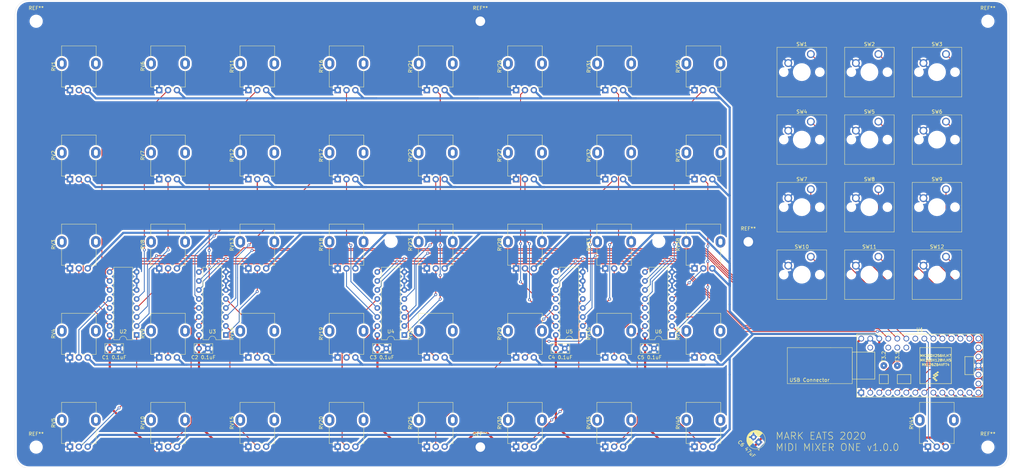
<source format=kicad_pcb>
(kicad_pcb (version 20171130) (host pcbnew "(5.1.6)-1")
  (title_block (title "MIDI Mixer One") (rev v1.0.0) (company "Mark Eats"))
  (layers (0 F.Cu signal) (31 B.Cu signal) (34 B.Paste user) (35 F.Paste user) (36 B.SilkS user) (37 F.SilkS user) (38 B.Mask user) (39 F.Mask user) (44 Edge.Cuts user))
  (net 0 "")
  (net 1 +5V)
  (net 2 GND)
  (net 3 +3V3)
  (net 4 "Net-(RV1-Pad2)")
  (net 5 "Net-(RV2-Pad2)")
  (net 6 "Net-(RV3-Pad2)")
  (net 7 "Net-(RV4-Pad2)")
  (net 8 "Net-(RV5-Pad2)")
  (net 9 "Net-(RV6-Pad2)")
  (net 10 "Net-(RV7-Pad2)")
  (net 11 "Net-(RV8-Pad2)")
  (net 12 "Net-(RV9-Pad2)")
  (net 13 "Net-(RV10-Pad2)")
  (net 14 "Net-(RV11-Pad2)")
  (net 15 "Net-(RV12-Pad2)")
  (net 16 "Net-(RV13-Pad2)")
  (net 17 "Net-(RV14-Pad2)")
  (net 18 "Net-(RV15-Pad2)")
  (net 19 "Net-(RV16-Pad2)")
  (net 20 "Net-(RV17-Pad2)")
  (net 21 "Net-(RV18-Pad2)")
  (net 22 "Net-(RV19-Pad2)")
  (net 23 "Net-(RV20-Pad2)")
  (net 24 "Net-(RV21-Pad2)")
  (net 25 "Net-(RV22-Pad2)")
  (net 26 "Net-(RV23-Pad2)")
  (net 27 "Net-(RV24-Pad2)")
  (net 28 "Net-(RV25-Pad2)")
  (net 29 "Net-(RV26-Pad2)")
  (net 30 "Net-(RV27-Pad2)")
  (net 31 "Net-(RV28-Pad2)")
  (net 32 "Net-(RV29-Pad2)")
  (net 33 "Net-(RV30-Pad2)")
  (net 34 "Net-(RV31-Pad2)")
  (net 35 "Net-(RV32-Pad2)")
  (net 36 "Net-(RV33-Pad2)")
  (net 37 "Net-(RV34-Pad2)")
  (net 38 "Net-(RV35-Pad2)")
  (net 39 "Net-(RV36-Pad2)")
  (net 40 "Net-(RV37-Pad2)")
  (net 41 "Net-(RV38-Pad2)")
  (net 42 "Net-(RV39-Pad2)")
  (net 43 "Net-(RV40-Pad2)")
  (net 44 /A5)
  (net 45 /D0)
  (net 46 /D1)
  (net 47 /D2)
  (net 48 /D3)
  (net 49 /D4)
  (net 50 /D5)
  (net 51 /D6)
  (net 52 /D7)
  (net 53 /D8)
  (net 54 /D9)
  (net 55 /D10)
  (net 56 /D11)
  (net 57 "Net-(U1-Pad37)")
  (net 58 "Net-(U1-Pad36)")
  (net 59 "Net-(U1-Pad35)")
  (net 60 "Net-(U1-Pad34)")
  (net 61 /S2)
  (net 62 /S1)
  (net 63 /S0)
  (net 64 /A4)
  (net 65 /A3)
  (net 66 /A2)
  (net 67 /A1)
  (net 68 /A0)
  (net 69 "Net-(U1-Pad14)")
  (net 70 "Net-(U1-Pad15)")
  (net 71 "Net-(U1-Pad16)")
  (net 72 "Net-(U1-Pad20)")
  (net 73 "Net-(U1-Pad19)")
  (net 74 "Net-(U1-Pad18)")
  (net 75 "Net-(U1-Pad27)")
  (module MountingHole:MountingHole_2.7mm_M2.5 (layer F.Cu) (at 193.51 187.96)
    (fp_text reference REF** (at 0 -3.7) (layer F.SilkS))
    (fp_text value MountingHole_2.7mm_M2.5)
    (pad 1 np_thru_hole circle (at 0 0) (size 2.7 2.7) (drill 2.7) (layers *.Cu *.Mask))
  )
  (module MountingHole:MountingHole_2.7mm_M2.5 (layer F.Cu) (at 193.51 67.818)
    (fp_text reference REF** (at 0 -3.7) (layer F.SilkS))
    (fp_text value MountingHole_2.7mm_M2.5)
    (pad 1 np_thru_hole circle (at 0 0) (size 2.7 2.7) (drill 2.7) (layers *.Cu *.Mask))
  )
  (module Potentiometer_THT:Potentiometer_Alpha_RD901F-40-00D_Single_Vertical (layer F.Cu) (at 228.727 137.541 90)
    (fp_text reference RV33 (at 6.71 -4.64 270) (layer F.SilkS))
    (fp_text value R_POT_US)
    (pad 1 thru_hole rect (at 0 0 180) (size 1.8 1.8) (drill 1) (layers *.Cu *.Mask) (net 2 GND))
    (pad 2 thru_hole circle (at 0 2.5 180) (size 1.8 1.8) (drill 1) (layers *.Cu *.Mask) (net 36 "Net-(RV33-Pad2)"))
    (pad 3 thru_hole circle (at 0 5 180) (size 1.8 1.8) (drill 1) (layers *.Cu *.Mask) (net 3 +3V3))
    (pad "" thru_hole oval (at 7.5 7.3 180) (size 2.72 3.24) (drill oval 1.1 1.8) (layers *.Cu *.Mask))
    (pad "" thru_hole oval (at 7.5 -2.3 180) (size 2.72 3.24) (drill oval 1.1 1.8) (layers *.Cu *.Mask))
  )
  (module Button_Switch_Keyboard:SW_Cherry_MX_1.00u_PCB (layer F.Cu) (at 324.739 134.239)
    (fp_text reference SW12 (at -2.54 -2.794) (layer F.SilkS))
    (fp_text value SW_Push)
    (pad "" np_thru_hole circle (at 2.54 5.08) (size 1.7 1.7) (drill 1.7) (layers *.Cu *.Mask))
    (pad "" np_thru_hole circle (at -7.62 5.08) (size 1.7 1.7) (drill 1.7) (layers *.Cu *.Mask))
    (pad "" np_thru_hole circle (at -2.54 5.08) (size 4 4) (drill 4) (layers *.Cu *.Mask))
    (pad 2 thru_hole circle (at -6.35 2.54) (size 2.2 2.2) (drill 1.5) (layers *.Cu *.Mask) (net 2 GND))
    (pad 1 thru_hole circle (at 0 0) (size 2.2 2.2) (drill 1.5) (layers *.Cu *.Mask) (net 55 /D10))
  )
  (module Capacitor_THT:C_Disc_D5.0mm_W2.5mm_P2.50mm (layer F.Cu) (at 167.005 160.147 180)
    (fp_text reference "C3 0.1uF" (at 1.25 -2.5) (layer F.SilkS))
    (fp_text value 0.1uF)
    (pad 2 thru_hole circle (at 2.5 0 180) (size 1.6 1.6) (drill 0.8) (layers *.Cu *.Mask) (net 1 +5V))
    (pad 1 thru_hole circle (at 0 0 180) (size 1.6 1.6) (drill 0.8) (layers *.Cu *.Mask) (net 2 GND))
  )
  (module Capacitor_THT:C_Disc_D5.0mm_W2.5mm_P2.50mm (layer F.Cu) (at 116.713 160.147 180)
    (fp_text reference "C2 0.1uF" (at 1.25 -2.5) (layer F.SilkS))
    (fp_text value 0.1uF)
    (pad 2 thru_hole circle (at 2.5 0 180) (size 1.6 1.6) (drill 0.8) (layers *.Cu *.Mask) (net 1 +5V))
    (pad 1 thru_hole circle (at 0 0 180) (size 1.6 1.6) (drill 0.8) (layers *.Cu *.Mask) (net 2 GND))
  )
  (module Capacitor_THT:C_Disc_D5.0mm_W2.5mm_P2.50mm (layer F.Cu) (at 91.567 160.147 180)
    (fp_text reference "C1 0.1uF" (at 1.25 -2.5) (layer F.SilkS))
    (fp_text value 0.1uF)
    (pad 2 thru_hole circle (at 2.5 0 180) (size 1.6 1.6) (drill 0.8) (layers *.Cu *.Mask) (net 1 +5V))
    (pad 1 thru_hole circle (at 0 0 180) (size 1.6 1.6) (drill 0.8) (layers *.Cu *.Mask) (net 2 GND))
  )
  (module Capacitor_THT:C_Disc_D5.0mm_W2.5mm_P2.50mm (layer F.Cu) (at 242.443 160.147 180)
    (fp_text reference "C5 0.1uF" (at 1.25 -2.5) (layer F.SilkS))
    (fp_text value 0.1uF)
    (pad 2 thru_hole circle (at 2.5 0 180) (size 1.6 1.6) (drill 0.8) (layers *.Cu *.Mask) (net 1 +5V))
    (pad 1 thru_hole circle (at 0 0 180) (size 1.6 1.6) (drill 0.8) (layers *.Cu *.Mask) (net 2 GND))
  )
  (module Capacitor_THT:C_Disc_D5.0mm_W2.5mm_P2.50mm (layer F.Cu) (at 217.297 160.147 180)
    (fp_text reference "C4 0.1uF" (at 1.25 -2.5) (layer F.SilkS))
    (fp_text value 0.1uF)
    (pad 2 thru_hole circle (at 2.5 0 180) (size 1.6 1.6) (drill 0.8) (layers *.Cu *.Mask) (net 1 +5V))
    (pad 1 thru_hole circle (at 0 0 180) (size 1.6 1.6) (drill 0.8) (layers *.Cu *.Mask) (net 2 GND))
  )
  (module Capacitor_THT:CP_Radial_D5.0mm_P2.00mm (layer F.Cu) (at 271.907 186.563 135)
    (fp_text reference "C6 47uF" (at 1 -3.75 135) (layer F.SilkS))
    (fp_text value 47uF)
    (pad 2 thru_hole circle (at 2 0 135) (size 1.6 1.6) (drill 0.8) (layers *.Cu *.Mask) (net 2 GND))
    (pad 1 thru_hole rect (at 0 0 135) (size 1.6 1.6) (drill 0.8) (layers *.Cu *.Mask) (net 1 +5V))
  )
  (module Teensy:Teensy30_31_32_LC (layer F.Cu) (at 317.373 164.973)
    (fp_text reference U1 (at 0 -10.16) (layer F.SilkS))
    (fp_text value Teensy-LC)
    (fp_text user MK20DX128VLH5 (at 4.445 -1.524) (layer F.SilkS) (effects (font (size 0.7 0.7))))
    (fp_text user MKL26Z64VFT4 (at 4.445 -0.254) (layer F.SilkS) (effects (font (size 0.7 0.7))))
    (fp_text user MK20DX256VLH7 (at 4.445 -2.794) (layer F.SilkS) (effects (font (size 0.7 0.7))))
    (fp_text user T3.1 (at -6.35 -2.54 90) (layer F.SilkS))
    (fp_text user T3.2 (at -10.16 -2.54 90) (layer F.SilkS))
    (pad 52 thru_hole circle (at -10.16 0) (size 1.9 1.9) (drill 0.5) (layers *.Cu *.Mask))
    (pad 52 thru_hole circle (at -6.35 0) (size 1.9 1.9) (drill 0.5) (layers *.Cu *.Mask))
    (pad 1 thru_hole rect (at -16.51 7.62) (size 1.6 1.6) (drill 1.1) (layers *.Cu *.Mask) (net 2 GND))
    (pad 2 thru_hole circle (at -13.97 7.62) (size 1.6 1.6) (drill 1.1) (layers *.Cu *.Mask) (net 45 /D0))
    (pad 3 thru_hole circle (at -11.43 7.62) (size 1.6 1.6) (drill 1.1) (layers *.Cu *.Mask) (net 46 /D1))
    (pad 4 thru_hole circle (at -8.89 7.62) (size 1.6 1.6) (drill 1.1) (layers *.Cu *.Mask) (net 47 /D2))
    (pad 5 thru_hole circle (at -6.35 7.62) (size 1.6 1.6) (drill 1.1) (layers *.Cu *.Mask) (net 48 /D3))
    (pad 6 thru_hole circle (at -3.81 7.62) (size 1.6 1.6) (drill 1.1) (layers *.Cu *.Mask) (net 49 /D4))
    (pad 7 thru_hole circle (at -1.27 7.62) (size 1.6 1.6) (drill 1.1) (layers *.Cu *.Mask) (net 50 /D5))
    (pad 8 thru_hole circle (at 1.27 7.62) (size 1.6 1.6) (drill 1.1) (layers *.Cu *.Mask) (net 51 /D6))
    (pad 9 thru_hole circle (at 3.81 7.62) (size 1.6 1.6) (drill 1.1) (layers *.Cu *.Mask) (net 52 /D7))
    (pad 10 thru_hole circle (at 6.35 7.62) (size 1.6 1.6) (drill 1.1) (layers *.Cu *.Mask) (net 53 /D8))
    (pad 11 thru_hole circle (at 8.89 7.62) (size 1.6 1.6) (drill 1.1) (layers *.Cu *.Mask) (net 54 /D9))
    (pad 12 thru_hole circle (at 11.43 7.62) (size 1.6 1.6) (drill 1.1) (layers *.Cu *.Mask) (net 55 /D10))
    (pad 13 thru_hole circle (at 13.97 7.62) (size 1.6 1.6) (drill 1.1) (layers *.Cu *.Mask) (net 56 /D11))
    (pad 37 thru_hole circle (at -3.81 -5.08) (size 1.6 1.6) (drill 1.1) (layers *.Cu *.Mask) (net 57 "Net-(U1-Pad37)"))
    (pad 36 thru_hole circle (at -6.35 -5.08) (size 1.6 1.6) (drill 1.1) (layers *.Cu *.Mask) (net 58 "Net-(U1-Pad36)"))
    (pad 35 thru_hole circle (at -8.89 -5.08) (size 1.6 1.6) (drill 1.1) (layers *.Cu *.Mask) (net 59 "Net-(U1-Pad35)"))
    (pad 34 thru_hole circle (at -13.97 -5.08) (size 1.6 1.6) (drill 1.1) (layers *.Cu *.Mask) (net 60 "Net-(U1-Pad34)"))
    (pad 33 thru_hole circle (at -16.51 -7.62) (size 1.6 1.6) (drill 1.1) (layers *.Cu *.Mask) (net 1 +5V))
    (pad 32 thru_hole circle (at -13.97 -7.62) (size 1.6 1.6) (drill 1.1) (layers *.Cu *.Mask) (net 2 GND))
    (pad 31 thru_hole circle (at -11.43 -7.62) (size 1.6 1.6) (drill 1.1) (layers *.Cu *.Mask) (net 3 +3V3))
    (pad 30 thru_hole circle (at -8.89 -7.62) (size 1.6 1.6) (drill 1.1) (layers *.Cu *.Mask) (net 61 /S2))
    (pad 29 thru_hole circle (at -6.35 -7.62) (size 1.6 1.6) (drill 1.1) (layers *.Cu *.Mask) (net 62 /S1))
    (pad 28 thru_hole circle (at -3.81 -7.62) (size 1.6 1.6) (drill 1.1) (layers *.Cu *.Mask) (net 63 /S0))
    (pad 27 thru_hole circle (at -1.27 -7.62) (size 1.6 1.6) (drill 1.1) (layers *.Cu *.Mask) (net 75 "Net-(U1-Pad27)"))
    (pad 26 thru_hole circle (at 1.27 -7.62) (size 1.6 1.6) (drill 1.1) (layers *.Cu *.Mask) (net 44 /A5))
    (pad 25 thru_hole circle (at 3.81 -7.62) (size 1.6 1.6) (drill 1.1) (layers *.Cu *.Mask) (net 64 /A4))
    (pad 24 thru_hole circle (at 6.35 -7.62) (size 1.6 1.6) (drill 1.1) (layers *.Cu *.Mask) (net 65 /A3))
    (pad 23 thru_hole circle (at 8.89 -7.62) (size 1.6 1.6) (drill 1.1) (layers *.Cu *.Mask) (net 66 /A2))
    (pad 22 thru_hole circle (at 11.43 -7.62) (size 1.6 1.6) (drill 1.1) (layers *.Cu *.Mask) (net 67 /A1))
    (pad 21 thru_hole circle (at 13.97 -7.62) (size 1.6 1.6) (drill 1.1) (layers *.Cu *.Mask) (net 68 /A0))
    (pad 14 thru_hole circle (at 16.51 7.62) (size 1.6 1.6) (drill 1.1) (layers *.Cu *.Mask) (net 69 "Net-(U1-Pad14)"))
    (pad 15 thru_hole circle (at 16.51 5.08) (size 1.6 1.6) (drill 1.1) (layers *.Cu *.Mask) (net 70 "Net-(U1-Pad15)"))
    (pad 16 thru_hole circle (at 16.51 2.54) (size 1.6 1.6) (drill 1.1) (layers *.Cu *.Mask) (net 71 "Net-(U1-Pad16)"))
    (pad 20 thru_hole circle (at 16.51 -7.62) (size 1.6 1.6) (drill 1.1) (layers *.Cu *.Mask) (net 72 "Net-(U1-Pad20)"))
    (pad 19 thru_hole circle (at 16.51 -5.08) (size 1.6 1.6) (drill 1.1) (layers *.Cu *.Mask) (net 73 "Net-(U1-Pad19)"))
    (pad 18 thru_hole circle (at 16.51 -2.54) (size 1.6 1.6) (drill 1.1) (layers *.Cu *.Mask) (net 74 "Net-(U1-Pad18)"))
    (pad 17 thru_hole circle (at 16.51 0) (size 1.6 1.6) (drill 1.1) (layers *.Cu *.Mask) (net 2 GND))
  )
  (module Package_DIP:DIP-16_W7.62mm (layer F.Cu) (at 222.377 156.337 180)
    (fp_text reference U5 (at 3.81 0.972) (layer F.SilkS))
    (fp_text value 74HCT4051)
    (pad 16 thru_hole oval (at 7.62 0 180) (size 1.6 1.6) (drill 0.8) (layers *.Cu *.Mask) (net 1 +5V))
    (pad 8 thru_hole oval (at 0 17.78 180) (size 1.6 1.6) (drill 0.8) (layers *.Cu *.Mask) (net 2 GND))
    (pad 15 thru_hole oval (at 7.62 2.54 180) (size 1.6 1.6) (drill 0.8) (layers *.Cu *.Mask) (net 30 "Net-(RV27-Pad2)"))
    (pad 7 thru_hole oval (at 0 15.24 180) (size 1.6 1.6) (drill 0.8) (layers *.Cu *.Mask) (net 2 GND))
    (pad 14 thru_hole oval (at 7.62 5.08 180) (size 1.6 1.6) (drill 0.8) (layers *.Cu *.Mask) (net 29 "Net-(RV26-Pad2)"))
    (pad 6 thru_hole oval (at 0 12.7 180) (size 1.6 1.6) (drill 0.8) (layers *.Cu *.Mask) (net 2 GND))
    (pad 13 thru_hole oval (at 7.62 7.62 180) (size 1.6 1.6) (drill 0.8) (layers *.Cu *.Mask) (net 28 "Net-(RV25-Pad2)"))
    (pad 5 thru_hole oval (at 0 10.16 180) (size 1.6 1.6) (drill 0.8) (layers *.Cu *.Mask) (net 33 "Net-(RV30-Pad2)"))
    (pad 12 thru_hole oval (at 7.62 10.16 180) (size 1.6 1.6) (drill 0.8) (layers *.Cu *.Mask) (net 31 "Net-(RV28-Pad2)"))
    (pad 4 thru_hole oval (at 0 7.62 180) (size 1.6 1.6) (drill 0.8) (layers *.Cu *.Mask) (net 35 "Net-(RV32-Pad2)"))
    (pad 11 thru_hole oval (at 7.62 12.7 180) (size 1.6 1.6) (drill 0.8) (layers *.Cu *.Mask) (net 63 /S0))
    (pad 3 thru_hole oval (at 0 5.08 180) (size 1.6 1.6) (drill 0.8) (layers *.Cu *.Mask) (net 65 /A3))
    (pad 10 thru_hole oval (at 7.62 15.24 180) (size 1.6 1.6) (drill 0.8) (layers *.Cu *.Mask) (net 62 /S1))
    (pad 2 thru_hole oval (at 0 2.54 180) (size 1.6 1.6) (drill 0.8) (layers *.Cu *.Mask) (net 34 "Net-(RV31-Pad2)"))
    (pad 9 thru_hole oval (at 7.62 17.78 180) (size 1.6 1.6) (drill 0.8) (layers *.Cu *.Mask) (net 61 /S2))
    (pad 1 thru_hole rect (at 0 0 180) (size 1.6 1.6) (drill 0.8) (layers *.Cu *.Mask) (net 32 "Net-(RV29-Pad2)"))
  )
  (module MountingHole:MountingHole_2.7mm_M2.5 (layer F.Cu) (at 269.025 130.041)
    (fp_text reference REF** (at 0 -3.7) (layer F.SilkS))
    (fp_text value MountingHole_2.7mm_M2.5)
    (pad 1 np_thru_hole circle (at 0 0) (size 2.7 2.7) (drill 2.7) (layers *.Cu *.Mask))
  )
  (module MountingHole:MountingHole_2.7mm_M2.5 (layer F.Cu) (at 336.55 67.818)
    (fp_text reference REF** (at 0 -3.7) (layer F.SilkS))
    (fp_text value MountingHole_2.7mm_M2.5)
    (pad 1 np_thru_hole circle (at 0 0) (size 2.7 2.7) (drill 2.7) (layers *.Cu *.Mask))
  )
  (module MountingHole:MountingHole_2.7mm_M2.5 (layer F.Cu) (at 336.55 187.96)
    (fp_text reference REF** (at 0 -3.7) (layer F.SilkS))
    (fp_text value MountingHole_2.7mm_M2.5)
    (pad 1 np_thru_hole circle (at 0 0) (size 2.7 2.7) (drill 2.7) (layers *.Cu *.Mask))
  )
  (module MountingHole:MountingHole_2.7mm_M2.5 (layer F.Cu) (at 68.326 187.96)
    (fp_text reference REF** (at 0 -3.7) (layer F.SilkS))
    (fp_text value MountingHole_2.7mm_M2.5)
    (pad 1 np_thru_hole circle (at 0 0) (size 2.7 2.7) (drill 2.7) (layers *.Cu *.Mask))
  )
  (module MountingHole:MountingHole_2.7mm_M2.5 (layer F.Cu) (at 68.326 67.818)
    (fp_text reference REF** (at 0 -3.7) (layer F.SilkS))
    (fp_text value MountingHole_2.7mm_M2.5)
    (pad 1 np_thru_hole circle (at 0 0) (size 2.7 2.7) (drill 2.7) (layers *.Cu *.Mask))
  )
  (module Package_DIP:DIP-16_W7.62mm (layer F.Cu) (at 247.523 156.337 180)
    (fp_text reference U6 (at 3.81 0.972) (layer F.SilkS))
    (fp_text value 74HCT4051)
    (pad 16 thru_hole oval (at 7.62 0 180) (size 1.6 1.6) (drill 0.8) (layers *.Cu *.Mask) (net 1 +5V))
    (pad 8 thru_hole oval (at 0 17.78 180) (size 1.6 1.6) (drill 0.8) (layers *.Cu *.Mask) (net 2 GND))
    (pad 15 thru_hole oval (at 7.62 2.54 180) (size 1.6 1.6) (drill 0.8) (layers *.Cu *.Mask) (net 38 "Net-(RV35-Pad2)"))
    (pad 7 thru_hole oval (at 0 15.24 180) (size 1.6 1.6) (drill 0.8) (layers *.Cu *.Mask) (net 2 GND))
    (pad 14 thru_hole oval (at 7.62 5.08 180) (size 1.6 1.6) (drill 0.8) (layers *.Cu *.Mask) (net 37 "Net-(RV34-Pad2)"))
    (pad 6 thru_hole oval (at 0 12.7 180) (size 1.6 1.6) (drill 0.8) (layers *.Cu *.Mask) (net 2 GND))
    (pad 13 thru_hole oval (at 7.62 7.62 180) (size 1.6 1.6) (drill 0.8) (layers *.Cu *.Mask) (net 36 "Net-(RV33-Pad2)"))
    (pad 5 thru_hole oval (at 0 10.16 180) (size 1.6 1.6) (drill 0.8) (layers *.Cu *.Mask) (net 41 "Net-(RV38-Pad2)"))
    (pad 12 thru_hole oval (at 7.62 10.16 180) (size 1.6 1.6) (drill 0.8) (layers *.Cu *.Mask) (net 39 "Net-(RV36-Pad2)"))
    (pad 4 thru_hole oval (at 0 7.62 180) (size 1.6 1.6) (drill 0.8) (layers *.Cu *.Mask) (net 43 "Net-(RV40-Pad2)"))
    (pad 11 thru_hole oval (at 7.62 12.7 180) (size 1.6 1.6) (drill 0.8) (layers *.Cu *.Mask) (net 63 /S0))
    (pad 3 thru_hole oval (at 0 5.08 180) (size 1.6 1.6) (drill 0.8) (layers *.Cu *.Mask) (net 64 /A4))
    (pad 10 thru_hole oval (at 7.62 15.24 180) (size 1.6 1.6) (drill 0.8) (layers *.Cu *.Mask) (net 62 /S1))
    (pad 2 thru_hole oval (at 0 2.54 180) (size 1.6 1.6) (drill 0.8) (layers *.Cu *.Mask) (net 42 "Net-(RV39-Pad2)"))
    (pad 9 thru_hole oval (at 7.62 17.78 180) (size 1.6 1.6) (drill 0.8) (layers *.Cu *.Mask) (net 61 /S2))
    (pad 1 thru_hole rect (at 0 0 180) (size 1.6 1.6) (drill 0.8) (layers *.Cu *.Mask) (net 40 "Net-(RV37-Pad2)"))
  )
  (module Button_Switch_Keyboard:SW_Cherry_MX_1.00u_PCB (layer F.Cu) (at 324.739 115.189)
    (fp_text reference SW9 (at -2.54 -2.794) (layer F.SilkS))
    (fp_text value SW_Push)
    (pad "" np_thru_hole circle (at 2.54 5.08) (size 1.7 1.7) (drill 1.7) (layers *.Cu *.Mask))
    (pad "" np_thru_hole circle (at -7.62 5.08) (size 1.7 1.7) (drill 1.7) (layers *.Cu *.Mask))
    (pad "" np_thru_hole circle (at -2.54 5.08) (size 4 4) (drill 4) (layers *.Cu *.Mask))
    (pad 2 thru_hole circle (at -6.35 2.54) (size 2.2 2.2) (drill 1.5) (layers *.Cu *.Mask) (net 2 GND))
    (pad 1 thru_hole circle (at 0 0) (size 2.2 2.2) (drill 1.5) (layers *.Cu *.Mask) (net 54 /D9))
  )
  (module Button_Switch_Keyboard:SW_Cherry_MX_1.00u_PCB (layer F.Cu) (at 305.689 134.239)
    (fp_text reference SW11 (at -2.54 -2.794) (layer F.SilkS))
    (fp_text value SW_Push)
    (pad "" np_thru_hole circle (at 2.54 5.08) (size 1.7 1.7) (drill 1.7) (layers *.Cu *.Mask))
    (pad "" np_thru_hole circle (at -7.62 5.08) (size 1.7 1.7) (drill 1.7) (layers *.Cu *.Mask))
    (pad "" np_thru_hole circle (at -2.54 5.08) (size 4 4) (drill 4) (layers *.Cu *.Mask))
    (pad 2 thru_hole circle (at -6.35 2.54) (size 2.2 2.2) (drill 1.5) (layers *.Cu *.Mask) (net 2 GND))
    (pad 1 thru_hole circle (at 0 0) (size 2.2 2.2) (drill 1.5) (layers *.Cu *.Mask) (net 49 /D4))
  )
  (module Button_Switch_Keyboard:SW_Cherry_MX_1.00u_PCB (layer F.Cu) (at 286.639 115.189)
    (fp_text reference SW7 (at -2.54 -2.794) (layer F.SilkS))
    (fp_text value SW_Push)
    (pad "" np_thru_hole circle (at 2.54 5.08) (size 1.7 1.7) (drill 1.7) (layers *.Cu *.Mask))
    (pad "" np_thru_hole circle (at -7.62 5.08) (size 1.7 1.7) (drill 1.7) (layers *.Cu *.Mask))
    (pad "" np_thru_hole circle (at -2.54 5.08) (size 4 4) (drill 4) (layers *.Cu *.Mask))
    (pad 2 thru_hole circle (at -6.35 2.54) (size 2.2 2.2) (drill 1.5) (layers *.Cu *.Mask) (net 2 GND))
    (pad 1 thru_hole circle (at 0 0) (size 2.2 2.2) (drill 1.5) (layers *.Cu *.Mask) (net 46 /D1))
  )
  (module Button_Switch_Keyboard:SW_Cherry_MX_1.00u_PCB (layer F.Cu) (at 286.639 134.239)
    (fp_text reference SW10 (at -2.54 -2.794) (layer F.SilkS))
    (fp_text value SW_Push)
    (pad "" np_thru_hole circle (at 2.54 5.08) (size 1.7 1.7) (drill 1.7) (layers *.Cu *.Mask))
    (pad "" np_thru_hole circle (at -7.62 5.08) (size 1.7 1.7) (drill 1.7) (layers *.Cu *.Mask))
    (pad "" np_thru_hole circle (at -2.54 5.08) (size 4 4) (drill 4) (layers *.Cu *.Mask))
    (pad 2 thru_hole circle (at -6.35 2.54) (size 2.2 2.2) (drill 1.5) (layers *.Cu *.Mask) (net 2 GND))
    (pad 1 thru_hole circle (at 0 0) (size 2.2 2.2) (drill 1.5) (layers *.Cu *.Mask) (net 45 /D0))
  )
  (module Potentiometer_THT:Potentiometer_Alpha_RD901F-40-00D_Single_Vertical (layer F.Cu) (at 153.289 187.833 90)
    (fp_text reference RV20 (at 6.71 -4.64 270) (layer F.SilkS))
    (fp_text value R_POT_US)
    (pad 1 thru_hole rect (at 0 0 180) (size 1.8 1.8) (drill 1) (layers *.Cu *.Mask) (net 2 GND))
    (pad 2 thru_hole circle (at 0 2.5 180) (size 1.8 1.8) (drill 1) (layers *.Cu *.Mask) (net 23 "Net-(RV20-Pad2)"))
    (pad 3 thru_hole circle (at 0 5 180) (size 1.8 1.8) (drill 1) (layers *.Cu *.Mask) (net 3 +3V3))
    (pad "" thru_hole oval (at 7.5 7.3 180) (size 2.72 3.24) (drill oval 1.1 1.8) (layers *.Cu *.Mask))
    (pad "" thru_hole oval (at 7.5 -2.3 180) (size 2.72 3.24) (drill oval 1.1 1.8) (layers *.Cu *.Mask))
  )
  (module Package_DIP:DIP-16_W7.62mm (layer F.Cu) (at 172.085 156.337 180)
    (fp_text reference U4 (at 3.81 0.972) (layer F.SilkS))
    (fp_text value 74HCT4051)
    (pad 16 thru_hole oval (at 7.62 0 180) (size 1.6 1.6) (drill 0.8) (layers *.Cu *.Mask) (net 1 +5V))
    (pad 8 thru_hole oval (at 0 17.78 180) (size 1.6 1.6) (drill 0.8) (layers *.Cu *.Mask) (net 2 GND))
    (pad 15 thru_hole oval (at 7.62 2.54 180) (size 1.6 1.6) (drill 0.8) (layers *.Cu *.Mask) (net 22 "Net-(RV19-Pad2)"))
    (pad 7 thru_hole oval (at 0 15.24 180) (size 1.6 1.6) (drill 0.8) (layers *.Cu *.Mask) (net 2 GND))
    (pad 14 thru_hole oval (at 7.62 5.08 180) (size 1.6 1.6) (drill 0.8) (layers *.Cu *.Mask) (net 21 "Net-(RV18-Pad2)"))
    (pad 6 thru_hole oval (at 0 12.7 180) (size 1.6 1.6) (drill 0.8) (layers *.Cu *.Mask) (net 2 GND))
    (pad 13 thru_hole oval (at 7.62 7.62 180) (size 1.6 1.6) (drill 0.8) (layers *.Cu *.Mask) (net 20 "Net-(RV17-Pad2)"))
    (pad 5 thru_hole oval (at 0 10.16 180) (size 1.6 1.6) (drill 0.8) (layers *.Cu *.Mask) (net 25 "Net-(RV22-Pad2)"))
    (pad 12 thru_hole oval (at 7.62 10.16 180) (size 1.6 1.6) (drill 0.8) (layers *.Cu *.Mask) (net 23 "Net-(RV20-Pad2)"))
    (pad 4 thru_hole oval (at 0 7.62 180) (size 1.6 1.6) (drill 0.8) (layers *.Cu *.Mask) (net 27 "Net-(RV24-Pad2)"))
    (pad 11 thru_hole oval (at 7.62 12.7 180) (size 1.6 1.6) (drill 0.8) (layers *.Cu *.Mask) (net 63 /S0))
    (pad 3 thru_hole oval (at 0 5.08 180) (size 1.6 1.6) (drill 0.8) (layers *.Cu *.Mask) (net 66 /A2))
    (pad 10 thru_hole oval (at 7.62 15.24 180) (size 1.6 1.6) (drill 0.8) (layers *.Cu *.Mask) (net 62 /S1))
    (pad 2 thru_hole oval (at 0 2.54 180) (size 1.6 1.6) (drill 0.8) (layers *.Cu *.Mask) (net 26 "Net-(RV23-Pad2)"))
    (pad 9 thru_hole oval (at 7.62 17.78 180) (size 1.6 1.6) (drill 0.8) (layers *.Cu *.Mask) (net 61 /S2))
    (pad 1 thru_hole rect (at 0 0 180) (size 1.6 1.6) (drill 0.8) (layers *.Cu *.Mask) (net 24 "Net-(RV21-Pad2)"))
  )
  (module Package_DIP:DIP-16_W7.62mm (layer F.Cu) (at 121.793 156.337 180)
    (fp_text reference U3 (at 3.81 0.972) (layer F.SilkS))
    (fp_text value 74HCT4051)
    (pad 16 thru_hole oval (at 7.62 0 180) (size 1.6 1.6) (drill 0.8) (layers *.Cu *.Mask) (net 1 +5V))
    (pad 8 thru_hole oval (at 0 17.78 180) (size 1.6 1.6) (drill 0.8) (layers *.Cu *.Mask) (net 2 GND))
    (pad 15 thru_hole oval (at 7.62 2.54 180) (size 1.6 1.6) (drill 0.8) (layers *.Cu *.Mask) (net 14 "Net-(RV11-Pad2)"))
    (pad 7 thru_hole oval (at 0 15.24 180) (size 1.6 1.6) (drill 0.8) (layers *.Cu *.Mask) (net 2 GND))
    (pad 14 thru_hole oval (at 7.62 5.08 180) (size 1.6 1.6) (drill 0.8) (layers *.Cu *.Mask) (net 13 "Net-(RV10-Pad2)"))
    (pad 6 thru_hole oval (at 0 12.7 180) (size 1.6 1.6) (drill 0.8) (layers *.Cu *.Mask) (net 2 GND))
    (pad 13 thru_hole oval (at 7.62 7.62 180) (size 1.6 1.6) (drill 0.8) (layers *.Cu *.Mask) (net 12 "Net-(RV9-Pad2)"))
    (pad 5 thru_hole oval (at 0 10.16 180) (size 1.6 1.6) (drill 0.8) (layers *.Cu *.Mask) (net 17 "Net-(RV14-Pad2)"))
    (pad 12 thru_hole oval (at 7.62 10.16 180) (size 1.6 1.6) (drill 0.8) (layers *.Cu *.Mask) (net 15 "Net-(RV12-Pad2)"))
    (pad 4 thru_hole oval (at 0 7.62 180) (size 1.6 1.6) (drill 0.8) (layers *.Cu *.Mask) (net 19 "Net-(RV16-Pad2)"))
    (pad 11 thru_hole oval (at 7.62 12.7 180) (size 1.6 1.6) (drill 0.8) (layers *.Cu *.Mask) (net 63 /S0))
    (pad 3 thru_hole oval (at 0 5.08 180) (size 1.6 1.6) (drill 0.8) (layers *.Cu *.Mask) (net 67 /A1))
    (pad 10 thru_hole oval (at 7.62 15.24 180) (size 1.6 1.6) (drill 0.8) (layers *.Cu *.Mask) (net 62 /S1))
    (pad 2 thru_hole oval (at 0 2.54 180) (size 1.6 1.6) (drill 0.8) (layers *.Cu *.Mask) (net 18 "Net-(RV15-Pad2)"))
    (pad 9 thru_hole oval (at 7.62 17.78 180) (size 1.6 1.6) (drill 0.8) (layers *.Cu *.Mask) (net 61 /S2))
    (pad 1 thru_hole rect (at 0 0 180) (size 1.6 1.6) (drill 0.8) (layers *.Cu *.Mask) (net 16 "Net-(RV13-Pad2)"))
  )
  (module Package_DIP:DIP-16_W7.62mm (layer F.Cu) (at 96.647 156.337 180)
    (fp_text reference U2 (at 3.81 0.972) (layer F.SilkS))
    (fp_text value 74HCT4051)
    (pad 16 thru_hole oval (at 7.62 0 180) (size 1.6 1.6) (drill 0.8) (layers *.Cu *.Mask) (net 1 +5V))
    (pad 8 thru_hole oval (at 0 17.78 180) (size 1.6 1.6) (drill 0.8) (layers *.Cu *.Mask) (net 2 GND))
    (pad 15 thru_hole oval (at 7.62 2.54 180) (size 1.6 1.6) (drill 0.8) (layers *.Cu *.Mask) (net 6 "Net-(RV3-Pad2)"))
    (pad 7 thru_hole oval (at 0 15.24 180) (size 1.6 1.6) (drill 0.8) (layers *.Cu *.Mask) (net 2 GND))
    (pad 14 thru_hole oval (at 7.62 5.08 180) (size 1.6 1.6) (drill 0.8) (layers *.Cu *.Mask) (net 5 "Net-(RV2-Pad2)"))
    (pad 6 thru_hole oval (at 0 12.7 180) (size 1.6 1.6) (drill 0.8) (layers *.Cu *.Mask) (net 2 GND))
    (pad 13 thru_hole oval (at 7.62 7.62 180) (size 1.6 1.6) (drill 0.8) (layers *.Cu *.Mask) (net 4 "Net-(RV1-Pad2)"))
    (pad 5 thru_hole oval (at 0 10.16 180) (size 1.6 1.6) (drill 0.8) (layers *.Cu *.Mask) (net 9 "Net-(RV6-Pad2)"))
    (pad 12 thru_hole oval (at 7.62 10.16 180) (size 1.6 1.6) (drill 0.8) (layers *.Cu *.Mask) (net 7 "Net-(RV4-Pad2)"))
    (pad 4 thru_hole oval (at 0 7.62 180) (size 1.6 1.6) (drill 0.8) (layers *.Cu *.Mask) (net 11 "Net-(RV8-Pad2)"))
    (pad 11 thru_hole oval (at 7.62 12.7 180) (size 1.6 1.6) (drill 0.8) (layers *.Cu *.Mask) (net 63 /S0))
    (pad 3 thru_hole oval (at 0 5.08 180) (size 1.6 1.6) (drill 0.8) (layers *.Cu *.Mask) (net 68 /A0))
    (pad 10 thru_hole oval (at 7.62 15.24 180) (size 1.6 1.6) (drill 0.8) (layers *.Cu *.Mask) (net 62 /S1))
    (pad 2 thru_hole oval (at 0 2.54 180) (size 1.6 1.6) (drill 0.8) (layers *.Cu *.Mask) (net 10 "Net-(RV7-Pad2)"))
    (pad 9 thru_hole oval (at 7.62 17.78 180) (size 1.6 1.6) (drill 0.8) (layers *.Cu *.Mask) (net 61 /S2))
    (pad 1 thru_hole rect (at 0 0 180) (size 1.6 1.6) (drill 0.8) (layers *.Cu *.Mask) (net 8 "Net-(RV5-Pad2)"))
  )
  (module Button_Switch_Keyboard:SW_Cherry_MX_1.00u_PCB (layer F.Cu) (at 305.689 115.189)
    (fp_text reference SW8 (at -2.54 -2.794) (layer F.SilkS))
    (fp_text value SW_Push)
    (pad "" np_thru_hole circle (at 2.54 5.08) (size 1.7 1.7) (drill 1.7) (layers *.Cu *.Mask))
    (pad "" np_thru_hole circle (at -7.62 5.08) (size 1.7 1.7) (drill 1.7) (layers *.Cu *.Mask))
    (pad "" np_thru_hole circle (at -2.54 5.08) (size 4 4) (drill 4) (layers *.Cu *.Mask))
    (pad 2 thru_hole circle (at -6.35 2.54) (size 2.2 2.2) (drill 1.5) (layers *.Cu *.Mask) (net 2 GND))
    (pad 1 thru_hole circle (at 0 0) (size 2.2 2.2) (drill 1.5) (layers *.Cu *.Mask) (net 50 /D5))
  )
  (module Button_Switch_Keyboard:SW_Cherry_MX_1.00u_PCB (layer F.Cu) (at 324.739 96.139)
    (fp_text reference SW6 (at -2.54 -2.794) (layer F.SilkS))
    (fp_text value SW_Push)
    (pad "" np_thru_hole circle (at 2.54 5.08) (size 1.7 1.7) (drill 1.7) (layers *.Cu *.Mask))
    (pad "" np_thru_hole circle (at -7.62 5.08) (size 1.7 1.7) (drill 1.7) (layers *.Cu *.Mask))
    (pad "" np_thru_hole circle (at -2.54 5.08) (size 4 4) (drill 4) (layers *.Cu *.Mask))
    (pad 2 thru_hole circle (at -6.35 2.54) (size 2.2 2.2) (drill 1.5) (layers *.Cu *.Mask) (net 2 GND))
    (pad 1 thru_hole circle (at 0 0) (size 2.2 2.2) (drill 1.5) (layers *.Cu *.Mask) (net 53 /D8))
  )
  (module Button_Switch_Keyboard:SW_Cherry_MX_1.00u_PCB (layer F.Cu) (at 305.689 96.139)
    (fp_text reference SW5 (at -2.54 -2.794) (layer F.SilkS))
    (fp_text value SW_Push)
    (pad "" np_thru_hole circle (at 2.54 5.08) (size 1.7 1.7) (drill 1.7) (layers *.Cu *.Mask))
    (pad "" np_thru_hole circle (at -7.62 5.08) (size 1.7 1.7) (drill 1.7) (layers *.Cu *.Mask))
    (pad "" np_thru_hole circle (at -2.54 5.08) (size 4 4) (drill 4) (layers *.Cu *.Mask))
    (pad 2 thru_hole circle (at -6.35 2.54) (size 2.2 2.2) (drill 1.5) (layers *.Cu *.Mask) (net 2 GND))
    (pad 1 thru_hole circle (at 0 0) (size 2.2 2.2) (drill 1.5) (layers *.Cu *.Mask) (net 51 /D6))
  )
  (module Button_Switch_Keyboard:SW_Cherry_MX_1.00u_PCB (layer F.Cu) (at 286.639 96.139)
    (fp_text reference SW4 (at -2.54 -2.794) (layer F.SilkS))
    (fp_text value SW_Push)
    (pad "" np_thru_hole circle (at 2.54 5.08) (size 1.7 1.7) (drill 1.7) (layers *.Cu *.Mask))
    (pad "" np_thru_hole circle (at -7.62 5.08) (size 1.7 1.7) (drill 1.7) (layers *.Cu *.Mask))
    (pad "" np_thru_hole circle (at -2.54 5.08) (size 4 4) (drill 4) (layers *.Cu *.Mask))
    (pad 2 thru_hole circle (at -6.35 2.54) (size 2.2 2.2) (drill 1.5) (layers *.Cu *.Mask) (net 2 GND))
    (pad 1 thru_hole circle (at 0 0) (size 2.2 2.2) (drill 1.5) (layers *.Cu *.Mask) (net 47 /D2))
  )
  (module Button_Switch_Keyboard:SW_Cherry_MX_1.00u_PCB (layer F.Cu) (at 324.739 77.089)
    (fp_text reference SW3 (at -2.54 -2.794) (layer F.SilkS))
    (fp_text value SW_Push)
    (pad "" np_thru_hole circle (at 2.54 5.08) (size 1.7 1.7) (drill 1.7) (layers *.Cu *.Mask))
    (pad "" np_thru_hole circle (at -7.62 5.08) (size 1.7 1.7) (drill 1.7) (layers *.Cu *.Mask))
    (pad "" np_thru_hole circle (at -2.54 5.08) (size 4 4) (drill 4) (layers *.Cu *.Mask))
    (pad 2 thru_hole circle (at -6.35 2.54) (size 2.2 2.2) (drill 1.5) (layers *.Cu *.Mask) (net 2 GND))
    (pad 1 thru_hole circle (at 0 0) (size 2.2 2.2) (drill 1.5) (layers *.Cu *.Mask) (net 52 /D7))
  )
  (module Button_Switch_Keyboard:SW_Cherry_MX_1.00u_PCB (layer F.Cu) (at 305.689 77.089)
    (fp_text reference SW2 (at -2.54 -2.794) (layer F.SilkS))
    (fp_text value SW_Push)
    (pad "" np_thru_hole circle (at 2.54 5.08) (size 1.7 1.7) (drill 1.7) (layers *.Cu *.Mask))
    (pad "" np_thru_hole circle (at -7.62 5.08) (size 1.7 1.7) (drill 1.7) (layers *.Cu *.Mask))
    (pad "" np_thru_hole circle (at -2.54 5.08) (size 4 4) (drill 4) (layers *.Cu *.Mask))
    (pad 2 thru_hole circle (at -6.35 2.54) (size 2.2 2.2) (drill 1.5) (layers *.Cu *.Mask) (net 2 GND))
    (pad 1 thru_hole circle (at 0 0) (size 2.2 2.2) (drill 1.5) (layers *.Cu *.Mask) (net 56 /D11))
  )
  (module Button_Switch_Keyboard:SW_Cherry_MX_1.00u_PCB (layer F.Cu) (at 286.639 77.089)
    (fp_text reference SW1 (at -2.54 -2.794) (layer F.SilkS))
    (fp_text value SW_Push)
    (pad "" np_thru_hole circle (at 2.54 5.08) (size 1.7 1.7) (drill 1.7) (layers *.Cu *.Mask))
    (pad "" np_thru_hole circle (at -7.62 5.08) (size 1.7 1.7) (drill 1.7) (layers *.Cu *.Mask))
    (pad "" np_thru_hole circle (at -2.54 5.08) (size 4 4) (drill 4) (layers *.Cu *.Mask))
    (pad 2 thru_hole circle (at -6.35 2.54) (size 2.2 2.2) (drill 1.5) (layers *.Cu *.Mask) (net 2 GND))
    (pad 1 thru_hole circle (at 0 0) (size 2.2 2.2) (drill 1.5) (layers *.Cu *.Mask) (net 48 /D3))
  )
  (module Potentiometer_THT:Potentiometer_Alpha_RD901F-40-00D_Single_Vertical (layer F.Cu) (at 319.659 187.833 90)
    (fp_text reference RV41 (at 6.71 -4.64 270) (layer F.SilkS))
    (fp_text value R_POT_US)
    (pad "" thru_hole oval (at 7.5 -2.3 180) (size 2.72 3.24) (drill oval 1.1 1.8) (layers *.Cu *.Mask))
    (pad "" thru_hole oval (at 7.5 7.3 180) (size 2.72 3.24) (drill oval 1.1 1.8) (layers *.Cu *.Mask))
    (pad 3 thru_hole circle (at 0 5 180) (size 1.8 1.8) (drill 1) (layers *.Cu *.Mask) (net 3 +3V3))
    (pad 2 thru_hole circle (at 0 2.5 180) (size 1.8 1.8) (drill 1) (layers *.Cu *.Mask) (net 44 /A5))
    (pad 1 thru_hole rect (at 0 0 180) (size 1.8 1.8) (drill 1) (layers *.Cu *.Mask) (net 2 GND))
  )
  (module Potentiometer_THT:Potentiometer_Alpha_RD901F-40-00D_Single_Vertical (layer F.Cu) (at 253.873 187.833 90)
    (fp_text reference RV40 (at 6.71 -4.64 270) (layer F.SilkS))
    (fp_text value R_POT_US)
    (pad 1 thru_hole rect (at 0 0 180) (size 1.8 1.8) (drill 1) (layers *.Cu *.Mask) (net 2 GND))
    (pad 2 thru_hole circle (at 0 2.5 180) (size 1.8 1.8) (drill 1) (layers *.Cu *.Mask) (net 43 "Net-(RV40-Pad2)"))
    (pad 3 thru_hole circle (at 0 5 180) (size 1.8 1.8) (drill 1) (layers *.Cu *.Mask) (net 3 +3V3))
    (pad "" thru_hole oval (at 7.5 7.3 180) (size 2.72 3.24) (drill oval 1.1 1.8) (layers *.Cu *.Mask))
    (pad "" thru_hole oval (at 7.5 -2.3 180) (size 2.72 3.24) (drill oval 1.1 1.8) (layers *.Cu *.Mask))
  )
  (module Potentiometer_THT:Potentiometer_Alpha_RD901F-40-00D_Single_Vertical (layer F.Cu) (at 253.873 162.687 90)
    (fp_text reference RV39 (at 6.71 -4.64 270) (layer F.SilkS))
    (fp_text value R_POT_US)
    (pad 1 thru_hole rect (at 0 0 180) (size 1.8 1.8) (drill 1) (layers *.Cu *.Mask) (net 2 GND))
    (pad 2 thru_hole circle (at 0 2.5 180) (size 1.8 1.8) (drill 1) (layers *.Cu *.Mask) (net 42 "Net-(RV39-Pad2)"))
    (pad 3 thru_hole circle (at 0 5 180) (size 1.8 1.8) (drill 1) (layers *.Cu *.Mask) (net 3 +3V3))
    (pad "" thru_hole oval (at 7.5 7.3 180) (size 2.72 3.24) (drill oval 1.1 1.8) (layers *.Cu *.Mask))
    (pad "" thru_hole oval (at 7.5 -2.3 180) (size 2.72 3.24) (drill oval 1.1 1.8) (layers *.Cu *.Mask))
  )
  (module Potentiometer_THT:Potentiometer_Alpha_RD901F-40-00D_Single_Vertical (layer F.Cu) (at 253.873 137.541 90)
    (fp_text reference RV38 (at 6.71 -4.64 270) (layer F.SilkS))
    (fp_text value R_POT_US)
    (pad 1 thru_hole rect (at 0 0 180) (size 1.8 1.8) (drill 1) (layers *.Cu *.Mask) (net 2 GND))
    (pad 2 thru_hole circle (at 0 2.5 180) (size 1.8 1.8) (drill 1) (layers *.Cu *.Mask) (net 41 "Net-(RV38-Pad2)"))
    (pad 3 thru_hole circle (at 0 5 180) (size 1.8 1.8) (drill 1) (layers *.Cu *.Mask) (net 3 +3V3))
    (pad "" thru_hole oval (at 7.5 7.3 180) (size 2.72 3.24) (drill oval 1.1 1.8) (layers *.Cu *.Mask))
    (pad "" thru_hole oval (at 7.5 -2.3 180) (size 2.72 3.24) (drill oval 1.1 1.8) (layers *.Cu *.Mask))
  )
  (module Potentiometer_THT:Potentiometer_Alpha_RD901F-40-00D_Single_Vertical (layer F.Cu) (at 253.873 112.395 90)
    (fp_text reference RV37 (at 6.71 -4.64 270) (layer F.SilkS))
    (fp_text value R_POT_US)
    (pad 1 thru_hole rect (at 0 0 180) (size 1.8 1.8) (drill 1) (layers *.Cu *.Mask) (net 2 GND))
    (pad 2 thru_hole circle (at 0 2.5 180) (size 1.8 1.8) (drill 1) (layers *.Cu *.Mask) (net 40 "Net-(RV37-Pad2)"))
    (pad 3 thru_hole circle (at 0 5 180) (size 1.8 1.8) (drill 1) (layers *.Cu *.Mask) (net 3 +3V3))
    (pad "" thru_hole oval (at 7.5 7.3 180) (size 2.72 3.24) (drill oval 1.1 1.8) (layers *.Cu *.Mask))
    (pad "" thru_hole oval (at 7.5 -2.3 180) (size 2.72 3.24) (drill oval 1.1 1.8) (layers *.Cu *.Mask))
  )
  (module Potentiometer_THT:Potentiometer_Alpha_RD901F-40-00D_Single_Vertical (layer F.Cu) (at 253.873 87.249 90)
    (fp_text reference RV36 (at 6.71 -4.64 270) (layer F.SilkS))
    (fp_text value R_POT_US)
    (pad 1 thru_hole rect (at 0 0 180) (size 1.8 1.8) (drill 1) (layers *.Cu *.Mask) (net 2 GND))
    (pad 2 thru_hole circle (at 0 2.5 180) (size 1.8 1.8) (drill 1) (layers *.Cu *.Mask) (net 39 "Net-(RV36-Pad2)"))
    (pad 3 thru_hole circle (at 0 5 180) (size 1.8 1.8) (drill 1) (layers *.Cu *.Mask) (net 3 +3V3))
    (pad "" thru_hole oval (at 7.5 7.3 180) (size 2.72 3.24) (drill oval 1.1 1.8) (layers *.Cu *.Mask))
    (pad "" thru_hole oval (at 7.5 -2.3 180) (size 2.72 3.24) (drill oval 1.1 1.8) (layers *.Cu *.Mask))
  )
  (module Potentiometer_THT:Potentiometer_Alpha_RD901F-40-00D_Single_Vertical (layer F.Cu) (at 228.727 187.833 90)
    (fp_text reference RV35 (at 6.71 -4.64 270) (layer F.SilkS))
    (fp_text value R_POT_US)
    (pad 1 thru_hole rect (at 0 0 180) (size 1.8 1.8) (drill 1) (layers *.Cu *.Mask) (net 2 GND))
    (pad 2 thru_hole circle (at 0 2.5 180) (size 1.8 1.8) (drill 1) (layers *.Cu *.Mask) (net 38 "Net-(RV35-Pad2)"))
    (pad 3 thru_hole circle (at 0 5 180) (size 1.8 1.8) (drill 1) (layers *.Cu *.Mask) (net 3 +3V3))
    (pad "" thru_hole oval (at 7.5 7.3 180) (size 2.72 3.24) (drill oval 1.1 1.8) (layers *.Cu *.Mask))
    (pad "" thru_hole oval (at 7.5 -2.3 180) (size 2.72 3.24) (drill oval 1.1 1.8) (layers *.Cu *.Mask))
  )
  (module Potentiometer_THT:Potentiometer_Alpha_RD901F-40-00D_Single_Vertical (layer F.Cu) (at 228.727 162.687 90)
    (fp_text reference RV34 (at 6.71 -4.64 270) (layer F.SilkS))
    (fp_text value R_POT_US)
    (pad 1 thru_hole rect (at 0 0 180) (size 1.8 1.8) (drill 1) (layers *.Cu *.Mask) (net 2 GND))
    (pad 2 thru_hole circle (at 0 2.5 180) (size 1.8 1.8) (drill 1) (layers *.Cu *.Mask) (net 37 "Net-(RV34-Pad2)"))
    (pad 3 thru_hole circle (at 0 5 180) (size 1.8 1.8) (drill 1) (layers *.Cu *.Mask) (net 3 +3V3))
    (pad "" thru_hole oval (at 7.5 7.3 180) (size 2.72 3.24) (drill oval 1.1 1.8) (layers *.Cu *.Mask))
    (pad "" thru_hole oval (at 7.5 -2.3 180) (size 2.72 3.24) (drill oval 1.1 1.8) (layers *.Cu *.Mask))
  )
  (module Potentiometer_THT:Potentiometer_Alpha_RD901F-40-00D_Single_Vertical (layer F.Cu) (at 228.727 112.395 90)
    (fp_text reference RV32 (at 6.71 -4.64 270) (layer F.SilkS))
    (fp_text value R_POT_US)
    (pad 1 thru_hole rect (at 0 0 180) (size 1.8 1.8) (drill 1) (layers *.Cu *.Mask) (net 2 GND))
    (pad 2 thru_hole circle (at 0 2.5 180) (size 1.8 1.8) (drill 1) (layers *.Cu *.Mask) (net 35 "Net-(RV32-Pad2)"))
    (pad 3 thru_hole circle (at 0 5 180) (size 1.8 1.8) (drill 1) (layers *.Cu *.Mask) (net 3 +3V3))
    (pad "" thru_hole oval (at 7.5 7.3 180) (size 2.72 3.24) (drill oval 1.1 1.8) (layers *.Cu *.Mask))
    (pad "" thru_hole oval (at 7.5 -2.3 180) (size 2.72 3.24) (drill oval 1.1 1.8) (layers *.Cu *.Mask))
  )
  (module Potentiometer_THT:Potentiometer_Alpha_RD901F-40-00D_Single_Vertical (layer F.Cu) (at 228.727 87.249 90)
    (fp_text reference RV31 (at 6.71 -4.64 270) (layer F.SilkS))
    (fp_text value R_POT_US)
    (pad 1 thru_hole rect (at 0 0 180) (size 1.8 1.8) (drill 1) (layers *.Cu *.Mask) (net 2 GND))
    (pad 2 thru_hole circle (at 0 2.5 180) (size 1.8 1.8) (drill 1) (layers *.Cu *.Mask) (net 34 "Net-(RV31-Pad2)"))
    (pad 3 thru_hole circle (at 0 5 180) (size 1.8 1.8) (drill 1) (layers *.Cu *.Mask) (net 3 +3V3))
    (pad "" thru_hole oval (at 7.5 7.3 180) (size 2.72 3.24) (drill oval 1.1 1.8) (layers *.Cu *.Mask))
    (pad "" thru_hole oval (at 7.5 -2.3 180) (size 2.72 3.24) (drill oval 1.1 1.8) (layers *.Cu *.Mask))
  )
  (module Potentiometer_THT:Potentiometer_Alpha_RD901F-40-00D_Single_Vertical (layer F.Cu) (at 203.581 187.833 90)
    (fp_text reference RV30 (at 6.71 -4.64 270) (layer F.SilkS))
    (fp_text value R_POT_US)
    (pad 1 thru_hole rect (at 0 0 180) (size 1.8 1.8) (drill 1) (layers *.Cu *.Mask) (net 2 GND))
    (pad 2 thru_hole circle (at 0 2.5 180) (size 1.8 1.8) (drill 1) (layers *.Cu *.Mask) (net 33 "Net-(RV30-Pad2)"))
    (pad 3 thru_hole circle (at 0 5 180) (size 1.8 1.8) (drill 1) (layers *.Cu *.Mask) (net 3 +3V3))
    (pad "" thru_hole oval (at 7.5 7.3 180) (size 2.72 3.24) (drill oval 1.1 1.8) (layers *.Cu *.Mask))
    (pad "" thru_hole oval (at 7.5 -2.3 180) (size 2.72 3.24) (drill oval 1.1 1.8) (layers *.Cu *.Mask))
  )
  (module Potentiometer_THT:Potentiometer_Alpha_RD901F-40-00D_Single_Vertical (layer F.Cu) (at 203.581 162.687 90)
    (fp_text reference RV29 (at 6.71 -4.64 270) (layer F.SilkS))
    (fp_text value R_POT_US)
    (pad 1 thru_hole rect (at 0 0 180) (size 1.8 1.8) (drill 1) (layers *.Cu *.Mask) (net 2 GND))
    (pad 2 thru_hole circle (at 0 2.5 180) (size 1.8 1.8) (drill 1) (layers *.Cu *.Mask) (net 32 "Net-(RV29-Pad2)"))
    (pad 3 thru_hole circle (at 0 5 180) (size 1.8 1.8) (drill 1) (layers *.Cu *.Mask) (net 3 +3V3))
    (pad "" thru_hole oval (at 7.5 7.3 180) (size 2.72 3.24) (drill oval 1.1 1.8) (layers *.Cu *.Mask))
    (pad "" thru_hole oval (at 7.5 -2.3 180) (size 2.72 3.24) (drill oval 1.1 1.8) (layers *.Cu *.Mask))
  )
  (module Potentiometer_THT:Potentiometer_Alpha_RD901F-40-00D_Single_Vertical (layer F.Cu) (at 203.581 137.541 90)
    (fp_text reference RV28 (at 6.71 -4.64 270) (layer F.SilkS))
    (fp_text value R_POT_US)
    (pad 1 thru_hole rect (at 0 0 180) (size 1.8 1.8) (drill 1) (layers *.Cu *.Mask) (net 2 GND))
    (pad 2 thru_hole circle (at 0 2.5 180) (size 1.8 1.8) (drill 1) (layers *.Cu *.Mask) (net 31 "Net-(RV28-Pad2)"))
    (pad 3 thru_hole circle (at 0 5 180) (size 1.8 1.8) (drill 1) (layers *.Cu *.Mask) (net 3 +3V3))
    (pad "" thru_hole oval (at 7.5 7.3 180) (size 2.72 3.24) (drill oval 1.1 1.8) (layers *.Cu *.Mask))
    (pad "" thru_hole oval (at 7.5 -2.3 180) (size 2.72 3.24) (drill oval 1.1 1.8) (layers *.Cu *.Mask))
  )
  (module Potentiometer_THT:Potentiometer_Alpha_RD901F-40-00D_Single_Vertical (layer F.Cu) (at 203.581 112.395 90)
    (fp_text reference RV27 (at 6.71 -4.64 270) (layer F.SilkS))
    (fp_text value R_POT_US)
    (pad 1 thru_hole rect (at 0 0 180) (size 1.8 1.8) (drill 1) (layers *.Cu *.Mask) (net 2 GND))
    (pad 2 thru_hole circle (at 0 2.5 180) (size 1.8 1.8) (drill 1) (layers *.Cu *.Mask) (net 30 "Net-(RV27-Pad2)"))
    (pad 3 thru_hole circle (at 0 5 180) (size 1.8 1.8) (drill 1) (layers *.Cu *.Mask) (net 3 +3V3))
    (pad "" thru_hole oval (at 7.5 7.3 180) (size 2.72 3.24) (drill oval 1.1 1.8) (layers *.Cu *.Mask))
    (pad "" thru_hole oval (at 7.5 -2.3 180) (size 2.72 3.24) (drill oval 1.1 1.8) (layers *.Cu *.Mask))
  )
  (module Potentiometer_THT:Potentiometer_Alpha_RD901F-40-00D_Single_Vertical (layer F.Cu) (at 203.581 87.249 90)
    (fp_text reference RV26 (at 6.71 -4.64 270) (layer F.SilkS))
    (fp_text value R_POT_US)
    (pad 1 thru_hole rect (at 0 0 180) (size 1.8 1.8) (drill 1) (layers *.Cu *.Mask) (net 2 GND))
    (pad 2 thru_hole circle (at 0 2.5 180) (size 1.8 1.8) (drill 1) (layers *.Cu *.Mask) (net 29 "Net-(RV26-Pad2)"))
    (pad 3 thru_hole circle (at 0 5 180) (size 1.8 1.8) (drill 1) (layers *.Cu *.Mask) (net 3 +3V3))
    (pad "" thru_hole oval (at 7.5 7.3 180) (size 2.72 3.24) (drill oval 1.1 1.8) (layers *.Cu *.Mask))
    (pad "" thru_hole oval (at 7.5 -2.3 180) (size 2.72 3.24) (drill oval 1.1 1.8) (layers *.Cu *.Mask))
  )
  (module Potentiometer_THT:Potentiometer_Alpha_RD901F-40-00D_Single_Vertical (layer F.Cu) (at 178.435 187.833 90)
    (fp_text reference RV25 (at 6.71 -4.64 270) (layer F.SilkS))
    (fp_text value R_POT_US)
    (pad 1 thru_hole rect (at 0 0 180) (size 1.8 1.8) (drill 1) (layers *.Cu *.Mask) (net 2 GND))
    (pad 2 thru_hole circle (at 0 2.5 180) (size 1.8 1.8) (drill 1) (layers *.Cu *.Mask) (net 28 "Net-(RV25-Pad2)"))
    (pad 3 thru_hole circle (at 0 5 180) (size 1.8 1.8) (drill 1) (layers *.Cu *.Mask) (net 3 +3V3))
    (pad "" thru_hole oval (at 7.5 7.3 180) (size 2.72 3.24) (drill oval 1.1 1.8) (layers *.Cu *.Mask))
    (pad "" thru_hole oval (at 7.5 -2.3 180) (size 2.72 3.24) (drill oval 1.1 1.8) (layers *.Cu *.Mask))
  )
  (module Potentiometer_THT:Potentiometer_Alpha_RD901F-40-00D_Single_Vertical (layer F.Cu) (at 178.435 162.687 90)
    (fp_text reference RV24 (at 6.71 -4.64 270) (layer F.SilkS))
    (fp_text value R_POT_US)
    (pad 1 thru_hole rect (at 0 0 180) (size 1.8 1.8) (drill 1) (layers *.Cu *.Mask) (net 2 GND))
    (pad 2 thru_hole circle (at 0 2.5 180) (size 1.8 1.8) (drill 1) (layers *.Cu *.Mask) (net 27 "Net-(RV24-Pad2)"))
    (pad 3 thru_hole circle (at 0 5 180) (size 1.8 1.8) (drill 1) (layers *.Cu *.Mask) (net 3 +3V3))
    (pad "" thru_hole oval (at 7.5 7.3 180) (size 2.72 3.24) (drill oval 1.1 1.8) (layers *.Cu *.Mask))
    (pad "" thru_hole oval (at 7.5 -2.3 180) (size 2.72 3.24) (drill oval 1.1 1.8) (layers *.Cu *.Mask))
  )
  (module Potentiometer_THT:Potentiometer_Alpha_RD901F-40-00D_Single_Vertical (layer F.Cu) (at 178.435 137.541 90)
    (fp_text reference RV23 (at 6.71 -4.64 270) (layer F.SilkS))
    (fp_text value R_POT_US)
    (pad 1 thru_hole rect (at 0 0 180) (size 1.8 1.8) (drill 1) (layers *.Cu *.Mask) (net 2 GND))
    (pad 2 thru_hole circle (at 0 2.5 180) (size 1.8 1.8) (drill 1) (layers *.Cu *.Mask) (net 26 "Net-(RV23-Pad2)"))
    (pad 3 thru_hole circle (at 0 5 180) (size 1.8 1.8) (drill 1) (layers *.Cu *.Mask) (net 3 +3V3))
    (pad "" thru_hole oval (at 7.5 7.3 180) (size 2.72 3.24) (drill oval 1.1 1.8) (layers *.Cu *.Mask))
    (pad "" thru_hole oval (at 7.5 -2.3 180) (size 2.72 3.24) (drill oval 1.1 1.8) (layers *.Cu *.Mask))
  )
  (module Potentiometer_THT:Potentiometer_Alpha_RD901F-40-00D_Single_Vertical (layer F.Cu) (at 178.435 112.395 90)
    (fp_text reference RV22 (at 6.71 -4.64 270) (layer F.SilkS))
    (fp_text value R_POT_US)
    (pad 1 thru_hole rect (at 0 0 180) (size 1.8 1.8) (drill 1) (layers *.Cu *.Mask) (net 2 GND))
    (pad 2 thru_hole circle (at 0 2.5 180) (size 1.8 1.8) (drill 1) (layers *.Cu *.Mask) (net 25 "Net-(RV22-Pad2)"))
    (pad 3 thru_hole circle (at 0 5 180) (size 1.8 1.8) (drill 1) (layers *.Cu *.Mask) (net 3 +3V3))
    (pad "" thru_hole oval (at 7.5 7.3 180) (size 2.72 3.24) (drill oval 1.1 1.8) (layers *.Cu *.Mask))
    (pad "" thru_hole oval (at 7.5 -2.3 180) (size 2.72 3.24) (drill oval 1.1 1.8) (layers *.Cu *.Mask))
  )
  (module Potentiometer_THT:Potentiometer_Alpha_RD901F-40-00D_Single_Vertical (layer F.Cu) (at 178.435 87.249 90)
    (fp_text reference RV21 (at 6.71 -4.64 270) (layer F.SilkS))
    (fp_text value R_POT_US)
    (pad 1 thru_hole rect (at 0 0 180) (size 1.8 1.8) (drill 1) (layers *.Cu *.Mask) (net 2 GND))
    (pad 2 thru_hole circle (at 0 2.5 180) (size 1.8 1.8) (drill 1) (layers *.Cu *.Mask) (net 24 "Net-(RV21-Pad2)"))
    (pad 3 thru_hole circle (at 0 5 180) (size 1.8 1.8) (drill 1) (layers *.Cu *.Mask) (net 3 +3V3))
    (pad "" thru_hole oval (at 7.5 7.3 180) (size 2.72 3.24) (drill oval 1.1 1.8) (layers *.Cu *.Mask))
    (pad "" thru_hole oval (at 7.5 -2.3 180) (size 2.72 3.24) (drill oval 1.1 1.8) (layers *.Cu *.Mask))
  )
  (module Potentiometer_THT:Potentiometer_Alpha_RD901F-40-00D_Single_Vertical (layer F.Cu) (at 153.289 162.687 90)
    (fp_text reference RV19 (at 6.71 -4.64 270) (layer F.SilkS))
    (fp_text value R_POT_US)
    (pad 1 thru_hole rect (at 0 0 180) (size 1.8 1.8) (drill 1) (layers *.Cu *.Mask) (net 2 GND))
    (pad 2 thru_hole circle (at 0 2.5 180) (size 1.8 1.8) (drill 1) (layers *.Cu *.Mask) (net 22 "Net-(RV19-Pad2)"))
    (pad 3 thru_hole circle (at 0 5 180) (size 1.8 1.8) (drill 1) (layers *.Cu *.Mask) (net 3 +3V3))
    (pad "" thru_hole oval (at 7.5 7.3 180) (size 2.72 3.24) (drill oval 1.1 1.8) (layers *.Cu *.Mask))
    (pad "" thru_hole oval (at 7.5 -2.3 180) (size 2.72 3.24) (drill oval 1.1 1.8) (layers *.Cu *.Mask))
  )
  (module Potentiometer_THT:Potentiometer_Alpha_RD901F-40-00D_Single_Vertical (layer F.Cu) (at 153.289 137.541 90)
    (fp_text reference RV18 (at 6.71 -4.64 270) (layer F.SilkS))
    (fp_text value R_POT_US)
    (pad 1 thru_hole rect (at 0 0 180) (size 1.8 1.8) (drill 1) (layers *.Cu *.Mask) (net 2 GND))
    (pad 2 thru_hole circle (at 0 2.5 180) (size 1.8 1.8) (drill 1) (layers *.Cu *.Mask) (net 21 "Net-(RV18-Pad2)"))
    (pad 3 thru_hole circle (at 0 5 180) (size 1.8 1.8) (drill 1) (layers *.Cu *.Mask) (net 3 +3V3))
    (pad "" thru_hole oval (at 7.5 7.3 180) (size 2.72 3.24) (drill oval 1.1 1.8) (layers *.Cu *.Mask))
    (pad "" thru_hole oval (at 7.5 -2.3 180) (size 2.72 3.24) (drill oval 1.1 1.8) (layers *.Cu *.Mask))
  )
  (module Potentiometer_THT:Potentiometer_Alpha_RD901F-40-00D_Single_Vertical (layer F.Cu) (at 153.289 112.395 90)
    (fp_text reference RV17 (at 6.71 -4.64 270) (layer F.SilkS))
    (fp_text value R_POT_US)
    (pad 1 thru_hole rect (at 0 0 180) (size 1.8 1.8) (drill 1) (layers *.Cu *.Mask) (net 2 GND))
    (pad 2 thru_hole circle (at 0 2.5 180) (size 1.8 1.8) (drill 1) (layers *.Cu *.Mask) (net 20 "Net-(RV17-Pad2)"))
    (pad 3 thru_hole circle (at 0 5 180) (size 1.8 1.8) (drill 1) (layers *.Cu *.Mask) (net 3 +3V3))
    (pad "" thru_hole oval (at 7.5 7.3 180) (size 2.72 3.24) (drill oval 1.1 1.8) (layers *.Cu *.Mask))
    (pad "" thru_hole oval (at 7.5 -2.3 180) (size 2.72 3.24) (drill oval 1.1 1.8) (layers *.Cu *.Mask))
  )
  (module Potentiometer_THT:Potentiometer_Alpha_RD901F-40-00D_Single_Vertical (layer F.Cu) (at 153.289 87.249 90)
    (fp_text reference RV16 (at 6.71 -4.64 270) (layer F.SilkS))
    (fp_text value R_POT_US)
    (pad 1 thru_hole rect (at 0 0 180) (size 1.8 1.8) (drill 1) (layers *.Cu *.Mask) (net 2 GND))
    (pad 2 thru_hole circle (at 0 2.5 180) (size 1.8 1.8) (drill 1) (layers *.Cu *.Mask) (net 19 "Net-(RV16-Pad2)"))
    (pad 3 thru_hole circle (at 0 5 180) (size 1.8 1.8) (drill 1) (layers *.Cu *.Mask) (net 3 +3V3))
    (pad "" thru_hole oval (at 7.5 7.3 180) (size 2.72 3.24) (drill oval 1.1 1.8) (layers *.Cu *.Mask))
    (pad "" thru_hole oval (at 7.5 -2.3 180) (size 2.72 3.24) (drill oval 1.1 1.8) (layers *.Cu *.Mask))
  )
  (module Potentiometer_THT:Potentiometer_Alpha_RD901F-40-00D_Single_Vertical (layer F.Cu) (at 128.143 187.833 90)
    (fp_text reference RV15 (at 6.71 -4.64 270) (layer F.SilkS))
    (fp_text value R_POT_US)
    (pad 1 thru_hole rect (at 0 0 180) (size 1.8 1.8) (drill 1) (layers *.Cu *.Mask) (net 2 GND))
    (pad 2 thru_hole circle (at 0 2.5 180) (size 1.8 1.8) (drill 1) (layers *.Cu *.Mask) (net 18 "Net-(RV15-Pad2)"))
    (pad 3 thru_hole circle (at 0 5 180) (size 1.8 1.8) (drill 1) (layers *.Cu *.Mask) (net 3 +3V3))
    (pad "" thru_hole oval (at 7.5 7.3 180) (size 2.72 3.24) (drill oval 1.1 1.8) (layers *.Cu *.Mask))
    (pad "" thru_hole oval (at 7.5 -2.3 180) (size 2.72 3.24) (drill oval 1.1 1.8) (layers *.Cu *.Mask))
  )
  (module Potentiometer_THT:Potentiometer_Alpha_RD901F-40-00D_Single_Vertical (layer F.Cu) (at 128.143 162.687 90)
    (fp_text reference RV14 (at 6.71 -4.64 270) (layer F.SilkS))
    (fp_text value R_POT_US)
    (pad 1 thru_hole rect (at 0 0 180) (size 1.8 1.8) (drill 1) (layers *.Cu *.Mask) (net 2 GND))
    (pad 2 thru_hole circle (at 0 2.5 180) (size 1.8 1.8) (drill 1) (layers *.Cu *.Mask) (net 17 "Net-(RV14-Pad2)"))
    (pad 3 thru_hole circle (at 0 5 180) (size 1.8 1.8) (drill 1) (layers *.Cu *.Mask) (net 3 +3V3))
    (pad "" thru_hole oval (at 7.5 7.3 180) (size 2.72 3.24) (drill oval 1.1 1.8) (layers *.Cu *.Mask))
    (pad "" thru_hole oval (at 7.5 -2.3 180) (size 2.72 3.24) (drill oval 1.1 1.8) (layers *.Cu *.Mask))
  )
  (module Potentiometer_THT:Potentiometer_Alpha_RD901F-40-00D_Single_Vertical (layer F.Cu) (at 128.143 137.541 90)
    (fp_text reference RV13 (at 6.71 -4.64 270) (layer F.SilkS))
    (fp_text value R_POT_US)
    (pad 1 thru_hole rect (at 0 0 180) (size 1.8 1.8) (drill 1) (layers *.Cu *.Mask) (net 2 GND))
    (pad 2 thru_hole circle (at 0 2.5 180) (size 1.8 1.8) (drill 1) (layers *.Cu *.Mask) (net 16 "Net-(RV13-Pad2)"))
    (pad 3 thru_hole circle (at 0 5 180) (size 1.8 1.8) (drill 1) (layers *.Cu *.Mask) (net 3 +3V3))
    (pad "" thru_hole oval (at 7.5 7.3 180) (size 2.72 3.24) (drill oval 1.1 1.8) (layers *.Cu *.Mask))
    (pad "" thru_hole oval (at 7.5 -2.3 180) (size 2.72 3.24) (drill oval 1.1 1.8) (layers *.Cu *.Mask))
  )
  (module Potentiometer_THT:Potentiometer_Alpha_RD901F-40-00D_Single_Vertical (layer F.Cu) (at 128.143 112.395 90)
    (fp_text reference RV12 (at 6.71 -4.64 270) (layer F.SilkS))
    (fp_text value R_POT_US)
    (pad 1 thru_hole rect (at 0 0 180) (size 1.8 1.8) (drill 1) (layers *.Cu *.Mask) (net 2 GND))
    (pad 2 thru_hole circle (at 0 2.5 180) (size 1.8 1.8) (drill 1) (layers *.Cu *.Mask) (net 15 "Net-(RV12-Pad2)"))
    (pad 3 thru_hole circle (at 0 5 180) (size 1.8 1.8) (drill 1) (layers *.Cu *.Mask) (net 3 +3V3))
    (pad "" thru_hole oval (at 7.5 7.3 180) (size 2.72 3.24) (drill oval 1.1 1.8) (layers *.Cu *.Mask))
    (pad "" thru_hole oval (at 7.5 -2.3 180) (size 2.72 3.24) (drill oval 1.1 1.8) (layers *.Cu *.Mask))
  )
  (module Potentiometer_THT:Potentiometer_Alpha_RD901F-40-00D_Single_Vertical (layer F.Cu) (at 128.143 87.249 90)
    (fp_text reference RV11 (at 6.71 -4.64 270) (layer F.SilkS))
    (fp_text value R_POT_US)
    (pad 1 thru_hole rect (at 0 0 180) (size 1.8 1.8) (drill 1) (layers *.Cu *.Mask) (net 2 GND))
    (pad 2 thru_hole circle (at 0 2.5 180) (size 1.8 1.8) (drill 1) (layers *.Cu *.Mask) (net 14 "Net-(RV11-Pad2)"))
    (pad 3 thru_hole circle (at 0 5 180) (size 1.8 1.8) (drill 1) (layers *.Cu *.Mask) (net 3 +3V3))
    (pad "" thru_hole oval (at 7.5 7.3 180) (size 2.72 3.24) (drill oval 1.1 1.8) (layers *.Cu *.Mask))
    (pad "" thru_hole oval (at 7.5 -2.3 180) (size 2.72 3.24) (drill oval 1.1 1.8) (layers *.Cu *.Mask))
  )
  (module Potentiometer_THT:Potentiometer_Alpha_RD901F-40-00D_Single_Vertical (layer F.Cu) (at 102.997 187.833 90)
    (fp_text reference RV10 (at 6.71 -4.64 270) (layer F.SilkS))
    (fp_text value R_POT_US)
    (pad 1 thru_hole rect (at 0 0 180) (size 1.8 1.8) (drill 1) (layers *.Cu *.Mask) (net 2 GND))
    (pad 2 thru_hole circle (at 0 2.5 180) (size 1.8 1.8) (drill 1) (layers *.Cu *.Mask) (net 13 "Net-(RV10-Pad2)"))
    (pad 3 thru_hole circle (at 0 5 180) (size 1.8 1.8) (drill 1) (layers *.Cu *.Mask) (net 3 +3V3))
    (pad "" thru_hole oval (at 7.5 7.3 180) (size 2.72 3.24) (drill oval 1.1 1.8) (layers *.Cu *.Mask))
    (pad "" thru_hole oval (at 7.5 -2.3 180) (size 2.72 3.24) (drill oval 1.1 1.8) (layers *.Cu *.Mask))
  )
  (module Potentiometer_THT:Potentiometer_Alpha_RD901F-40-00D_Single_Vertical (layer F.Cu) (at 102.997 162.687 90)
    (fp_text reference RV9 (at 6.71 -4.64 270) (layer F.SilkS))
    (fp_text value R_POT_US)
    (pad 1 thru_hole rect (at 0 0 180) (size 1.8 1.8) (drill 1) (layers *.Cu *.Mask) (net 2 GND))
    (pad 2 thru_hole circle (at 0 2.5 180) (size 1.8 1.8) (drill 1) (layers *.Cu *.Mask) (net 12 "Net-(RV9-Pad2)"))
    (pad 3 thru_hole circle (at 0 5 180) (size 1.8 1.8) (drill 1) (layers *.Cu *.Mask) (net 3 +3V3))
    (pad "" thru_hole oval (at 7.5 7.3 180) (size 2.72 3.24) (drill oval 1.1 1.8) (layers *.Cu *.Mask))
    (pad "" thru_hole oval (at 7.5 -2.3 180) (size 2.72 3.24) (drill oval 1.1 1.8) (layers *.Cu *.Mask))
  )
  (module Potentiometer_THT:Potentiometer_Alpha_RD901F-40-00D_Single_Vertical (layer F.Cu) (at 102.997 137.541 90)
    (fp_text reference RV8 (at 6.71 -4.64 270) (layer F.SilkS))
    (fp_text value R_POT_US)
    (pad 1 thru_hole rect (at 0 0 180) (size 1.8 1.8) (drill 1) (layers *.Cu *.Mask) (net 2 GND))
    (pad 2 thru_hole circle (at 0 2.5 180) (size 1.8 1.8) (drill 1) (layers *.Cu *.Mask) (net 11 "Net-(RV8-Pad2)"))
    (pad 3 thru_hole circle (at 0 5 180) (size 1.8 1.8) (drill 1) (layers *.Cu *.Mask) (net 3 +3V3))
    (pad "" thru_hole oval (at 7.5 7.3 180) (size 2.72 3.24) (drill oval 1.1 1.8) (layers *.Cu *.Mask))
    (pad "" thru_hole oval (at 7.5 -2.3 180) (size 2.72 3.24) (drill oval 1.1 1.8) (layers *.Cu *.Mask))
  )
  (module Potentiometer_THT:Potentiometer_Alpha_RD901F-40-00D_Single_Vertical (layer F.Cu) (at 102.997 112.395 90)
    (fp_text reference RV7 (at 6.71 -4.64 270) (layer F.SilkS))
    (fp_text value R_POT_US)
    (pad 1 thru_hole rect (at 0 0 180) (size 1.8 1.8) (drill 1) (layers *.Cu *.Mask) (net 2 GND))
    (pad 2 thru_hole circle (at 0 2.5 180) (size 1.8 1.8) (drill 1) (layers *.Cu *.Mask) (net 10 "Net-(RV7-Pad2)"))
    (pad 3 thru_hole circle (at 0 5 180) (size 1.8 1.8) (drill 1) (layers *.Cu *.Mask) (net 3 +3V3))
    (pad "" thru_hole oval (at 7.5 7.3 180) (size 2.72 3.24) (drill oval 1.1 1.8) (layers *.Cu *.Mask))
    (pad "" thru_hole oval (at 7.5 -2.3 180) (size 2.72 3.24) (drill oval 1.1 1.8) (layers *.Cu *.Mask))
  )
  (module Potentiometer_THT:Potentiometer_Alpha_RD901F-40-00D_Single_Vertical (layer F.Cu) (at 102.997 87.249 90)
    (fp_text reference RV6 (at 6.71 -4.64 270) (layer F.SilkS))
    (fp_text value R_POT_US)
    (pad 1 thru_hole rect (at 0 0 180) (size 1.8 1.8) (drill 1) (layers *.Cu *.Mask) (net 2 GND))
    (pad 2 thru_hole circle (at 0 2.5 180) (size 1.8 1.8) (drill 1) (layers *.Cu *.Mask) (net 9 "Net-(RV6-Pad2)"))
    (pad 3 thru_hole circle (at 0 5 180) (size 1.8 1.8) (drill 1) (layers *.Cu *.Mask) (net 3 +3V3))
    (pad "" thru_hole oval (at 7.5 7.3 180) (size 2.72 3.24) (drill oval 1.1 1.8) (layers *.Cu *.Mask))
    (pad "" thru_hole oval (at 7.5 -2.3 180) (size 2.72 3.24) (drill oval 1.1 1.8) (layers *.Cu *.Mask))
  )
  (module Potentiometer_THT:Potentiometer_Alpha_RD901F-40-00D_Single_Vertical (layer F.Cu) (at 77.851 187.833 90)
    (fp_text reference RV5 (at 6.71 -4.64 270) (layer F.SilkS))
    (fp_text value R_POT_US)
    (pad 1 thru_hole rect (at 0 0 180) (size 1.8 1.8) (drill 1) (layers *.Cu *.Mask) (net 2 GND))
    (pad 2 thru_hole circle (at 0 2.5 180) (size 1.8 1.8) (drill 1) (layers *.Cu *.Mask) (net 8 "Net-(RV5-Pad2)"))
    (pad 3 thru_hole circle (at 0 5 180) (size 1.8 1.8) (drill 1) (layers *.Cu *.Mask) (net 3 +3V3))
    (pad "" thru_hole oval (at 7.5 7.3 180) (size 2.72 3.24) (drill oval 1.1 1.8) (layers *.Cu *.Mask))
    (pad "" thru_hole oval (at 7.5 -2.3 180) (size 2.72 3.24) (drill oval 1.1 1.8) (layers *.Cu *.Mask))
  )
  (module Potentiometer_THT:Potentiometer_Alpha_RD901F-40-00D_Single_Vertical (layer F.Cu) (at 77.851 162.687 90)
    (fp_text reference RV4 (at 6.71 -4.64 270) (layer F.SilkS))
    (fp_text value R_POT_US)
    (pad 1 thru_hole rect (at 0 0 180) (size 1.8 1.8) (drill 1) (layers *.Cu *.Mask) (net 2 GND))
    (pad 2 thru_hole circle (at 0 2.5 180) (size 1.8 1.8) (drill 1) (layers *.Cu *.Mask) (net 7 "Net-(RV4-Pad2)"))
    (pad 3 thru_hole circle (at 0 5 180) (size 1.8 1.8) (drill 1) (layers *.Cu *.Mask) (net 3 +3V3))
    (pad "" thru_hole oval (at 7.5 7.3 180) (size 2.72 3.24) (drill oval 1.1 1.8) (layers *.Cu *.Mask))
    (pad "" thru_hole oval (at 7.5 -2.3 180) (size 2.72 3.24) (drill oval 1.1 1.8) (layers *.Cu *.Mask))
  )
  (module Potentiometer_THT:Potentiometer_Alpha_RD901F-40-00D_Single_Vertical (layer F.Cu) (at 77.851 137.541 90)
    (fp_text reference RV3 (at 6.71 -4.64 270) (layer F.SilkS))
    (fp_text value R_POT_US)
    (pad 1 thru_hole rect (at 0 0 180) (size 1.8 1.8) (drill 1) (layers *.Cu *.Mask) (net 2 GND))
    (pad 2 thru_hole circle (at 0 2.5 180) (size 1.8 1.8) (drill 1) (layers *.Cu *.Mask) (net 6 "Net-(RV3-Pad2)"))
    (pad 3 thru_hole circle (at 0 5 180) (size 1.8 1.8) (drill 1) (layers *.Cu *.Mask) (net 3 +3V3))
    (pad "" thru_hole oval (at 7.5 7.3 180) (size 2.72 3.24) (drill oval 1.1 1.8) (layers *.Cu *.Mask))
    (pad "" thru_hole oval (at 7.5 -2.3 180) (size 2.72 3.24) (drill oval 1.1 1.8) (layers *.Cu *.Mask))
  )
  (module Potentiometer_THT:Potentiometer_Alpha_RD901F-40-00D_Single_Vertical (layer F.Cu) (at 77.851 112.395 90)
    (fp_text reference RV2 (at 6.71 -4.64 270) (layer F.SilkS))
    (fp_text value R_POT_US)
    (pad 1 thru_hole rect (at 0 0 180) (size 1.8 1.8) (drill 1) (layers *.Cu *.Mask) (net 2 GND))
    (pad 2 thru_hole circle (at 0 2.5 180) (size 1.8 1.8) (drill 1) (layers *.Cu *.Mask) (net 5 "Net-(RV2-Pad2)"))
    (pad 3 thru_hole circle (at 0 5 180) (size 1.8 1.8) (drill 1) (layers *.Cu *.Mask) (net 3 +3V3))
    (pad "" thru_hole oval (at 7.5 7.3 180) (size 2.72 3.24) (drill oval 1.1 1.8) (layers *.Cu *.Mask))
    (pad "" thru_hole oval (at 7.5 -2.3 180) (size 2.72 3.24) (drill oval 1.1 1.8) (layers *.Cu *.Mask))
  )
  (module Potentiometer_THT:Potentiometer_Alpha_RD901F-40-00D_Single_Vertical (layer F.Cu) (at 77.851 87.249 90)
    (fp_text reference RV1 (at 6.71 -4.64 270) (layer F.SilkS))
    (fp_text value R_POT_US)
    (pad 1 thru_hole rect (at 0 0 180) (size 1.8 1.8) (drill 1) (layers *.Cu *.Mask) (net 2 GND))
    (pad 2 thru_hole circle (at 0 2.5 180) (size 1.8 1.8) (drill 1) (layers *.Cu *.Mask) (net 4 "Net-(RV1-Pad2)"))
    (pad 3 thru_hole circle (at 0 5 180) (size 1.8 1.8) (drill 1) (layers *.Cu *.Mask) (net 3 +3V3))
    (pad "" thru_hole oval (at 7.5 7.3 180) (size 2.72 3.24) (drill oval 1.1 1.8) (layers *.Cu *.Mask))
    (pad "" thru_hole oval (at 7.5 -2.3 180) (size 2.72 3.24) (drill oval 1.1 1.8) (layers *.Cu *.Mask))
  )
  (gr_text "MARK EATS 2020\nMIDI MIXER ONE v1.0.0" (at 276.606 186.436) (layer F.SilkS) (effects (font (size 2 2)) (justify left)))
  (gr_line (start 62.357 65.786) (end 62.357 189.992) (layer Edge.Cuts) (width 0.05))
  (gr_line (start 338.582 61.849) (end 66.294 61.849) (layer Edge.Cuts) (width 0.05))
  (gr_line (start 342.519 189.992) (end 342.519 65.786) (layer Edge.Cuts) (width 0.05))
  (gr_line (start 66.294 193.929) (end 338.582 193.929) (layer Edge.Cuts) (width 0.05))
  (gr_arc (start 66.294 189.992) (end 62.357 189.992) (angle -90) (layer Edge.Cuts) (width 0.05))
  (gr_arc (start 338.582 189.992) (end 338.582 193.929) (angle -90) (layer Edge.Cuts) (width 0.05))
  (gr_arc (start 338.582 65.786) (end 342.519 65.786) (angle -90) (layer Edge.Cuts) (width 0.05))
  (gr_arc (start 66.294 65.786) (end 66.294 61.849) (angle -90) (layer Edge.Cuts) (width 0.05))
  (gr_text "USB Connector" (at 280.543 169.037) (layer F.SilkS) (effects (font (size 1 1)) (justify left)))
  (gr_line (start 292.227 159.893) (end 298.323 159.893) (layer F.SilkS) (width 0.12))
  (gr_line (start 298.323 170.053) (end 292.227 170.053) (layer F.SilkS) (width 0.12))
  (gr_line (start 298.323 159.893) (end 298.323 170.053) (layer F.SilkS) (width 0.12))
  (gr_line (start 280.035 159.893) (end 280.035 170.053) (layer F.SilkS) (width 0.12))
  (gr_line (start 292.227 170.053) (end 280.035 170.053) (layer F.SilkS) (width 0.12))
  (gr_line (start 280.035 159.893) (end 292.227 159.893) (layer F.SilkS) (width 0.12))
  (segment (start 271.907 186.309) (end 271.907 186.563) (width 0.6096) (layer F.Cu) (net 1))
  (segment (start 300.863 157.353) (end 271.907 186.309) (width 0.6096) (layer F.Cu) (net 1))
  (segment (start 268.859 189.611) (end 268.097 189.611) (width 0.6096) (layer F.Cu) (net 1))
  (segment (start 271.907 186.563) (end 268.859 189.611) (width 0.6096) (layer F.Cu) (net 1))
  (segment (start 268.605 189.611) (end 268.097 189.611) (width 0.6096) (layer F.Cu) (net 1))
  (segment (start 164.465 160.107) (end 164.505 160.147) (width 0.6096) (layer F.Cu) (net 1))
  (segment (start 164.465 156.337) (end 164.465 160.107) (width 0.6096) (layer F.Cu) (net 1))
  (segment (start 239.903 160.107) (end 239.943 160.147) (width 0.6096) (layer F.Cu) (net 1))
  (segment (start 239.903 156.337) (end 239.903 160.107) (width 0.6096) (layer F.Cu) (net 1))
  (segment (start 214.757 160.107) (end 214.797 160.147) (width 0.6096) (layer F.Cu) (net 1))
  (segment (start 214.757 156.337) (end 214.757 160.107) (width 0.6096) (layer F.Cu) (net 1))
  (segment (start 114.173 160.107) (end 114.213 160.147) (width 0.6096) (layer F.Cu) (net 1))
  (segment (start 114.173 156.337) (end 114.173 160.107) (width 0.6096) (layer F.Cu) (net 1))
  (segment (start 89.027 160.107) (end 89.067 160.147) (width 0.6096) (layer F.Cu) (net 1))
  (segment (start 89.027 156.337) (end 89.027 160.107) (width 0.6096) (layer F.Cu) (net 1))
  (segment (start 89.067 161.27837) (end 89.067 160.147) (width 0.6096) (layer F.Cu) (net 1))
  (segment (start 89.067 176.617402) (end 89.067 161.27837) (width 0.6096) (layer F.Cu) (net 1))
  (segment (start 102.060598 189.611) (end 89.067 176.617402) (width 0.6096) (layer F.Cu) (net 1))
  (segment (start 114.213 181.777) (end 122.047 189.611) (width 0.6096) (layer F.Cu) (net 1))
  (segment (start 122.047 189.611) (end 102.060598 189.611) (width 0.6096) (layer F.Cu) (net 1))
  (segment (start 114.213 160.147) (end 114.213 181.777) (width 0.6096) (layer F.Cu) (net 1))
  (segment (start 167.005 189.611) (end 122.047 189.611) (width 0.6096) (layer F.Cu) (net 1))
  (segment (start 164.505 181.777) (end 172.339 189.611) (width 0.6096) (layer F.Cu) (net 1))
  (segment (start 172.339 189.611) (end 167.005 189.611) (width 0.6096) (layer F.Cu) (net 1))
  (segment (start 164.505 160.147) (end 164.505 181.777) (width 0.6096) (layer F.Cu) (net 1))
  (segment (start 214.797 160.147) (end 214.797 181.777) (width 0.6096) (layer F.Cu) (net 1))
  (segment (start 214.797 181.777) (end 222.631 189.611) (width 0.6096) (layer F.Cu) (net 1))
  (segment (start 239.943 181.777) (end 247.777 189.611) (width 0.6096) (layer F.Cu) (net 1))
  (segment (start 239.943 160.147) (end 239.943 181.777) (width 0.6096) (layer F.Cu) (net 1))
  (segment (start 247.777 189.611) (end 222.631 189.611) (width 0.6096) (layer F.Cu) (net 1))
  (segment (start 268.097 189.611) (end 247.777 189.611) (width 0.6096) (layer F.Cu) (net 1))
  (segment (start 194.945 183.515) (end 201.041 189.611) (width 0.6096) (layer F.Cu) (net 1))
  (segment (start 192.405 183.515) (end 194.945 183.515) (width 0.6096) (layer F.Cu) (net 1))
  (segment (start 186.309 189.611) (end 192.405 183.515) (width 0.6096) (layer F.Cu) (net 1))
  (segment (start 201.041 189.611) (end 222.631 189.611) (width 0.6096) (layer F.Cu) (net 1))
  (segment (start 172.339 189.611) (end 186.309 189.611) (width 0.6096) (layer F.Cu) (net 1))
  (segment (start 305.943 157.353) (end 304.634999 156.044999) (width 0.6096) (layer B.Cu) (net 3))
  (segment (start 263.779 116.967) (end 263.779 92.155) (width 0.6096) (layer B.Cu) (net 3))
  (segment (start 263.445 116.967) (end 263.779 116.967) (width 0.6096) (layer B.Cu) (net 3))
  (segment (start 263.779 162.687) (end 263.779 167.513) (width 0.6096) (layer B.Cu) (net 3))
  (segment (start 263.779 167.513) (end 263.779 182.927) (width 0.6096) (layer B.Cu) (net 3))
  (segment (start 263.779 142.447) (end 263.779 141.097) (width 0.6096) (layer B.Cu) (net 3))
  (segment (start 84.868984 164.704984) (end 82.851 162.687) (width 0.6096) (layer B.Cu) (net 3))
  (segment (start 82.851 187.833) (end 86.153 184.531) (width 0.6096) (layer B.Cu) (net 3))
  (segment (start 235.744984 164.704984) (end 256.855016 164.704984) (width 0.6096) (layer B.Cu) (net 3))
  (segment (start 233.727 162.687) (end 235.744984 164.704984) (width 0.6096) (layer B.Cu) (net 3))
  (segment (start 107.997 187.833) (end 111.299 184.531) (width 0.6096) (layer B.Cu) (net 3))
  (segment (start 111.299 184.531) (end 111.379 184.531) (width 0.6096) (layer B.Cu) (net 3))
  (segment (start 86.153 184.531) (end 111.379 184.531) (width 0.6096) (layer B.Cu) (net 3))
  (segment (start 136.445 184.531) (end 136.525 184.531) (width 0.6096) (layer B.Cu) (net 3))
  (segment (start 133.143 187.833) (end 136.445 184.531) (width 0.6096) (layer B.Cu) (net 3))
  (segment (start 111.379 184.531) (end 136.525 184.531) (width 0.6096) (layer B.Cu) (net 3))
  (segment (start 158.289 187.833) (end 161.591 184.531) (width 0.6096) (layer B.Cu) (net 3))
  (segment (start 161.591 184.531) (end 161.671 184.531) (width 0.6096) (layer B.Cu) (net 3))
  (segment (start 136.525 184.531) (end 161.671 184.531) (width 0.6096) (layer B.Cu) (net 3))
  (segment (start 186.737 184.531) (end 186.817 184.531) (width 0.6096) (layer B.Cu) (net 3))
  (segment (start 183.435 187.833) (end 186.737 184.531) (width 0.6096) (layer B.Cu) (net 3))
  (segment (start 161.671 184.531) (end 186.817 184.531) (width 0.6096) (layer B.Cu) (net 3))
  (segment (start 211.883 184.531) (end 211.963 184.531) (width 0.6096) (layer B.Cu) (net 3))
  (segment (start 208.581 187.833) (end 211.883 184.531) (width 0.6096) (layer B.Cu) (net 3))
  (segment (start 186.817 184.531) (end 211.963 184.531) (width 0.6096) (layer B.Cu) (net 3))
  (segment (start 237.029 184.531) (end 237.363 184.531) (width 0.6096) (layer B.Cu) (net 3))
  (segment (start 233.727 187.833) (end 237.029 184.531) (width 0.6096) (layer B.Cu) (net 3))
  (segment (start 211.963 184.531) (end 237.363 184.531) (width 0.6096) (layer B.Cu) (net 3))
  (segment (start 237.363 184.531) (end 262.255 184.531) (width 0.6096) (layer B.Cu) (net 3))
  (segment (start 262.255 184.531) (end 258.873 187.833) (width 0.6096) (layer B.Cu) (net 3))
  (segment (start 263.779 182.927) (end 262.255 184.531) (width 0.6096) (layer B.Cu) (net 3))
  (segment (start 261.761016 164.704984) (end 270.383 156.083) (width 0.6096) (layer B.Cu) (net 3))
  (segment (start 255.636984 164.704984) (end 256.855016 164.704984) (width 0.6096) (layer B.Cu) (net 3))
  (segment (start 260.890984 164.704984) (end 258.873 162.687) (width 0.6096) (layer B.Cu) (net 3))
  (segment (start 261.761016 164.704984) (end 260.890984 164.704984) (width 0.6096) (layer B.Cu) (net 3))
  (segment (start 210.961016 164.704984) (end 210.598984 164.704984) (width 0.6096) (layer B.Cu) (net 3))
  (segment (start 210.598984 164.704984) (end 208.581 162.687) (width 0.6096) (layer B.Cu) (net 3))
  (segment (start 209.945016 164.704984) (end 210.961016 164.704984) (width 0.6096) (layer B.Cu) (net 3))
  (segment (start 210.961016 164.704984) (end 255.636984 164.704984) (width 0.6096) (layer B.Cu) (net 3))
  (segment (start 185.532984 164.704984) (end 185.452984 164.704984) (width 0.6096) (layer B.Cu) (net 3))
  (segment (start 209.945016 164.704984) (end 185.532984 164.704984) (width 0.6096) (layer B.Cu) (net 3))
  (segment (start 185.452984 164.704984) (end 183.435 162.687) (width 0.6096) (layer B.Cu) (net 3))
  (segment (start 160.306984 164.704984) (end 158.289 162.687) (width 0.6096) (layer B.Cu) (net 3))
  (segment (start 160.415016 164.704984) (end 160.306984 164.704984) (width 0.6096) (layer B.Cu) (net 3))
  (segment (start 185.532984 164.704984) (end 160.415016 164.704984) (width 0.6096) (layer B.Cu) (net 3))
  (segment (start 136.002984 164.704984) (end 135.160984 164.704984) (width 0.6096) (layer B.Cu) (net 3))
  (segment (start 160.415016 164.704984) (end 136.002984 164.704984) (width 0.6096) (layer B.Cu) (net 3))
  (segment (start 135.160984 164.704984) (end 133.143 162.687) (width 0.6096) (layer B.Cu) (net 3))
  (segment (start 110.014984 164.704984) (end 107.997 162.687) (width 0.6096) (layer B.Cu) (net 3))
  (segment (start 110.856984 164.704984) (end 110.014984 164.704984) (width 0.6096) (layer B.Cu) (net 3))
  (segment (start 136.002984 164.704984) (end 110.856984 164.704984) (width 0.6096) (layer B.Cu) (net 3))
  (segment (start 110.856984 164.704984) (end 84.868984 164.704984) (width 0.6096) (layer B.Cu) (net 3))
  (segment (start 255.636984 164.704984) (end 261.761016 164.704984) (width 0.6096) (layer B.Cu) (net 3))
  (segment (start 263.779 149.656998) (end 263.779 147.701) (width 0.6096) (layer B.Cu) (net 3))
  (segment (start 270.167001 156.044999) (end 263.779 149.656998) (width 0.6096) (layer B.Cu) (net 3))
  (segment (start 304.634999 156.044999) (end 270.167001 156.044999) (width 0.6096) (layer B.Cu) (net 3))
  (segment (start 263.779 147.701) (end 263.779 142.621) (width 0.6096) (layer B.Cu) (net 3))
  (segment (start 263.779 142.621) (end 263.779 141.097) (width 0.6096) (layer B.Cu) (net 3))
  (segment (start 263.779 134.747) (end 263.779 116.967) (width 0.6096) (layer B.Cu) (net 3))
  (segment (start 261.072 114.594) (end 263.445 116.967) (width 0.6096) (layer B.Cu) (net 3))
  (segment (start 235.926 114.594) (end 233.727 112.395) (width 0.6096) (layer B.Cu) (net 3))
  (segment (start 261.072 114.594) (end 235.926 114.594) (width 0.6096) (layer B.Cu) (net 3))
  (segment (start 258.873 112.395) (end 261.072 114.594) (width 0.6096) (layer B.Cu) (net 3))
  (segment (start 85.05 114.594) (end 82.851 112.395) (width 0.6096) (layer B.Cu) (net 3))
  (segment (start 111.466 114.594) (end 110.196 114.594) (width 0.6096) (layer B.Cu) (net 3))
  (segment (start 110.196 114.594) (end 107.997 112.395) (width 0.6096) (layer B.Cu) (net 3))
  (segment (start 111.466 114.594) (end 85.05 114.594) (width 0.6096) (layer B.Cu) (net 3))
  (segment (start 135.342 114.594) (end 133.143 112.395) (width 0.6096) (layer B.Cu) (net 3))
  (segment (start 135.93 114.594) (end 135.342 114.594) (width 0.6096) (layer B.Cu) (net 3))
  (segment (start 135.93 114.594) (end 111.466 114.594) (width 0.6096) (layer B.Cu) (net 3))
  (segment (start 160.488 114.594) (end 158.289 112.395) (width 0.6096) (layer B.Cu) (net 3))
  (segment (start 161.33 114.594) (end 160.488 114.594) (width 0.6096) (layer B.Cu) (net 3))
  (segment (start 161.33 114.594) (end 135.93 114.594) (width 0.6096) (layer B.Cu) (net 3))
  (segment (start 185.634 114.594) (end 183.435 112.395) (width 0.6096) (layer B.Cu) (net 3))
  (segment (start 186.476 114.594) (end 185.634 114.594) (width 0.6096) (layer B.Cu) (net 3))
  (segment (start 186.476 114.594) (end 161.33 114.594) (width 0.6096) (layer B.Cu) (net 3))
  (segment (start 210.78 114.594) (end 208.581 112.395) (width 0.6096) (layer B.Cu) (net 3))
  (segment (start 211.542 114.594) (end 210.78 114.594) (width 0.6096) (layer B.Cu) (net 3))
  (segment (start 261.072 114.594) (end 211.542 114.594) (width 0.6096) (layer B.Cu) (net 3))
  (segment (start 211.542 114.594) (end 186.476 114.594) (width 0.6096) (layer B.Cu) (net 3))
  (segment (start 260.945 89.321) (end 258.873 87.249) (width 0.6096) (layer B.Cu) (net 3))
  (segment (start 263.779 92.155) (end 261.199 89.575) (width 0.6096) (layer B.Cu) (net 3))
  (segment (start 261.199 89.575) (end 260.945 89.321) (width 0.6096) (layer B.Cu) (net 3))
  (segment (start 85.177 89.575) (end 82.851 87.249) (width 0.6096) (layer B.Cu) (net 3))
  (segment (start 261.199 89.575) (end 237.403 89.575) (width 0.6096) (layer B.Cu) (net 3))
  (segment (start 237.403 89.575) (end 236.053 89.575) (width 0.6096) (layer B.Cu) (net 3))
  (segment (start 110.149 89.401) (end 107.997 87.249) (width 0.6096) (layer B.Cu) (net 3))
  (segment (start 110.149 89.575) (end 110.149 89.401) (width 0.6096) (layer B.Cu) (net 3))
  (segment (start 110.149 89.575) (end 85.177 89.575) (width 0.6096) (layer B.Cu) (net 3))
  (segment (start 135.723 89.575) (end 135.469 89.575) (width 0.6096) (layer B.Cu) (net 3))
  (segment (start 135.723 89.575) (end 110.149 89.575) (width 0.6096) (layer B.Cu) (net 3))
  (segment (start 186.095 89.575) (end 185.761 89.575) (width 0.6096) (layer B.Cu) (net 3))
  (segment (start 185.761 89.575) (end 183.435 87.249) (width 0.6096) (layer B.Cu) (net 3))
  (segment (start 210.653 89.321) (end 208.581 87.249) (width 0.6096) (layer B.Cu) (net 3))
  (segment (start 210.653 89.575) (end 210.653 89.321) (width 0.6096) (layer B.Cu) (net 3))
  (segment (start 235.879 89.401) (end 233.727 87.249) (width 0.6096) (layer B.Cu) (net 3))
  (segment (start 235.879 89.575) (end 235.879 89.401) (width 0.6096) (layer B.Cu) (net 3))
  (segment (start 237.403 89.575) (end 235.879 89.575) (width 0.6096) (layer B.Cu) (net 3))
  (segment (start 235.879 89.575) (end 210.653 89.575) (width 0.6096) (layer B.Cu) (net 3))
  (segment (start 322.119 185.293) (end 324.659 187.833) (width 0.6096) (layer F.Cu) (net 3))
  (segment (start 308.229 185.293) (end 322.119 185.293) (width 0.6096) (layer F.Cu) (net 3))
  (segment (start 305.943 157.353) (end 305.943 159.639) (width 0.6096) (layer F.Cu) (net 3))
  (segment (start 298.831 175.895) (end 308.229 185.293) (width 0.6096) (layer F.Cu) (net 3))
  (segment (start 305.943 159.639) (end 298.831 166.751) (width 0.6096) (layer F.Cu) (net 3))
  (segment (start 298.831 166.751) (end 298.831 175.895) (width 0.6096) (layer F.Cu) (net 3))
  (segment (start 237.534208 132.461) (end 237.617 132.461) (width 0.6096) (layer B.Cu) (net 3))
  (segment (start 233.727 136.268208) (end 237.534208 132.461) (width 0.6096) (layer B.Cu) (net 3))
  (segment (start 233.727 137.541) (end 233.727 136.268208) (width 0.6096) (layer B.Cu) (net 3))
  (segment (start 263.779 140.081) (end 263.779 136.779) (width 0.6096) (layer B.Cu) (net 3))
  (segment (start 263.779 141.097) (end 263.779 140.081) (width 0.6096) (layer B.Cu) (net 3))
  (segment (start 213.661 132.461) (end 208.581 137.541) (width 0.6096) (layer B.Cu) (net 3))
  (segment (start 188.515 132.461) (end 183.435 137.541) (width 0.6096) (layer B.Cu) (net 3))
  (segment (start 87.931 132.461) (end 82.851 137.541) (width 0.6096) (layer B.Cu) (net 3))
  (segment (start 113.077 132.461) (end 107.997 137.541) (width 0.6096) (layer B.Cu) (net 3))
  (segment (start 138.223 132.461) (end 133.143 137.541) (width 0.6096) (layer B.Cu) (net 3))
  (segment (start 263.779 142.447) (end 263.779 142.621) (width 0.6096) (layer B.Cu) (net 3))
  (segment (start 258.873 137.541) (end 263.779 142.447) (width 0.6096) (layer B.Cu) (net 3))
  (segment (start 263.779 136.779) (end 263.779 134.747) (width 0.6096) (layer B.Cu) (net 3))
  (segment (start 263.779 142.621) (end 263.779 138.049) (width 0.6096) (layer B.Cu) (net 3))
  (segment (start 263.779 138.049) (end 263.779 137.541) (width 0.6096) (layer B.Cu) (net 3))
  (segment (start 242.487208 127.508) (end 233.727 136.268208) (width 0.6096) (layer B.Cu) (net 3))
  (segment (start 263.779 136.144) (end 255.143 127.508) (width 0.6096) (layer B.Cu) (net 3))
  (segment (start 263.779 138.049) (end 263.779 136.144) (width 0.6096) (layer B.Cu) (net 3))
  (segment (start 118.03 127.508) (end 107.997 137.541) (width 0.6096) (layer B.Cu) (net 3))
  (segment (start 255.143 127.508) (end 246.761 127.508) (width 0.6096) (layer B.Cu) (net 3))
  (segment (start 246.761 127.508) (end 242.487208 127.508) (width 0.6096) (layer B.Cu) (net 3))
  (segment (start 222.25 127.508) (end 218.614 127.508) (width 0.6096) (layer B.Cu) (net 3))
  (segment (start 218.614 127.508) (end 208.581 137.541) (width 0.6096) (layer B.Cu) (net 3))
  (segment (start 246.761 127.508) (end 222.25 127.508) (width 0.6096) (layer B.Cu) (net 3))
  (segment (start 193.468 127.508) (end 183.435 137.541) (width 0.6096) (layer B.Cu) (net 3))
  (segment (start 198.12 127.508) (end 193.468 127.508) (width 0.6096) (layer B.Cu) (net 3))
  (segment (start 222.25 127.508) (end 198.12 127.508) (width 0.6096) (layer B.Cu) (net 3))
  (segment (start 158.289 136.268208) (end 158.289 137.541) (width 0.6096) (layer B.Cu) (net 3))
  (segment (start 198.12 127.508) (end 171.069 127.508) (width 0.6096) (layer B.Cu) (net 3))
  (segment (start 167.049208 127.508) (end 158.289 136.268208) (width 0.6096) (layer B.Cu) (net 3))
  (segment (start 171.069 127.508) (end 167.049208 127.508) (width 0.6096) (layer B.Cu) (net 3))
  (segment (start 148.59 127.508) (end 143.176 127.508) (width 0.6096) (layer B.Cu) (net 3))
  (segment (start 143.176 127.508) (end 133.143 137.541) (width 0.6096) (layer B.Cu) (net 3))
  (segment (start 171.069 127.508) (end 148.59 127.508) (width 0.6096) (layer B.Cu) (net 3))
  (segment (start 92.884 127.508) (end 82.851 137.541) (width 0.6096) (layer B.Cu) (net 3))
  (segment (start 122.174 127.508) (end 92.884 127.508) (width 0.6096) (layer B.Cu) (net 3))
  (segment (start 148.59 127.508) (end 122.174 127.508) (width 0.6096) (layer B.Cu) (net 3))
  (segment (start 122.174 127.508) (end 118.03 127.508) (width 0.6096) (layer B.Cu) (net 3))
  (segment (start 160.615 89.575) (end 158.289 87.249) (width 0.6096) (layer B.Cu) (net 3))
  (segment (start 210.653 89.575) (end 192.873 89.575) (width 0.6096) (layer B.Cu) (net 3))
  (segment (start 192.873 89.575) (end 186.095 89.575) (width 0.6096) (layer B.Cu) (net 3))
  (segment (start 164.251 89.575) (end 135.469 89.575) (width 0.6096) (layer B.Cu) (net 3))
  (segment (start 192.873 89.575) (end 164.251 89.575) (width 0.6096) (layer B.Cu) (net 3))
  (segment (start 164.251 89.575) (end 160.615 89.575) (width 0.6096) (layer B.Cu) (net 3))
  (segment (start 135.469 89.575) (end 133.143 87.249) (width 0.6096) (layer B.Cu) (net 3))
  (segment (start 88.227001 147.917001) (end 89.027 148.717) (width 0.254) (layer F.Cu) (net 4))
  (segment (start 86.84121 146.53121) (end 88.227001 147.917001) (width 0.254) (layer F.Cu) (net 4))
  (segment (start 86.84121 93.73921) (end 86.84121 146.53121) (width 0.254) (layer F.Cu) (net 4))
  (segment (start 80.351 87.249) (end 86.84121 93.73921) (width 0.254) (layer F.Cu) (net 4))
  (segment (start 81.581201 113.625201) (end 81.581201 143.811201) (width 0.254) (layer F.Cu) (net 5))
  (segment (start 88.227001 150.457001) (end 89.027 151.257) (width 0.254) (layer F.Cu) (net 5))
  (segment (start 81.581201 143.811201) (end 88.227001 150.457001) (width 0.254) (layer F.Cu) (net 5))
  (segment (start 80.351 112.395) (end 81.581201 113.625201) (width 0.254) (layer F.Cu) (net 5))
  (segment (start 80.351 145.121) (end 89.027 153.797) (width 0.254) (layer F.Cu) (net 6))
  (segment (start 80.351 137.541) (end 80.351 145.121) (width 0.254) (layer F.Cu) (net 6))
  (segment (start 80.351 154.853) (end 89.027 146.177) (width 0.254) (layer B.Cu) (net 7))
  (segment (start 80.351 162.687) (end 80.351 154.853) (width 0.254) (layer B.Cu) (net 7))
  (via (at 91.694 176.911) (size 0.8) (drill 0.4) (layers F.Cu B.Cu) (net 8))
  (segment (start 96.647 171.958) (end 91.694 176.911) (width 0.254) (layer F.Cu) (net 8))
  (segment (start 96.647 156.337) (end 96.647 171.958) (width 0.254) (layer F.Cu) (net 8))
  (segment (start 80.772 187.833) (end 80.351 187.833) (width 0.254) (layer B.Cu) (net 8))
  (segment (start 91.694 176.911) (end 80.772 187.833) (width 0.254) (layer B.Cu) (net 8))
  (via (at 98.806 132.334) (size 0.8) (drill 0.4) (layers F.Cu B.Cu) (net 9))
  (segment (start 98.806 93.94) (end 98.806 132.334) (width 0.254) (layer F.Cu) (net 9))
  (segment (start 105.497 87.249) (end 98.806 93.94) (width 0.254) (layer F.Cu) (net 9))
  (segment (start 98.806 144.018) (end 96.647 146.177) (width 0.254) (layer B.Cu) (net 9))
  (segment (start 98.806 132.334) (end 98.806 144.018) (width 0.254) (layer B.Cu) (net 9))
  (via (at 105.537 132.334) (size 0.8) (drill 0.4) (layers F.Cu B.Cu) (net 10))
  (segment (start 105.497 132.294) (end 105.537 132.334) (width 0.254) (layer F.Cu) (net 10))
  (segment (start 105.497 112.395) (end 105.497 132.294) (width 0.254) (layer F.Cu) (net 10))
  (segment (start 97.446999 152.997001) (end 96.647 153.797) (width 0.254) (layer B.Cu) (net 10))
  (segment (start 100.15221 137.71879) (end 100.15221 150.29179) (width 0.254) (layer B.Cu) (net 10))
  (segment (start 100.15221 150.29179) (end 97.446999 152.997001) (width 0.254) (layer B.Cu) (net 10))
  (segment (start 105.537 132.334) (end 100.15221 137.71879) (width 0.254) (layer B.Cu) (net 10))
  (segment (start 105.497 139.867) (end 105.497 137.541) (width 0.254) (layer F.Cu) (net 11))
  (segment (start 96.647 148.717) (end 105.497 139.867) (width 0.254) (layer F.Cu) (net 11))
  (segment (start 105.497 161.414208) (end 105.497 162.687) (width 0.254) (layer F.Cu) (net 12))
  (segment (start 113.04163 148.717) (end 105.497 156.26163) (width 0.254) (layer F.Cu) (net 12))
  (segment (start 105.497 156.26163) (end 105.497 161.414208) (width 0.254) (layer F.Cu) (net 12))
  (segment (start 114.173 148.717) (end 113.04163 148.717) (width 0.254) (layer F.Cu) (net 12))
  (segment (start 113.373001 152.056999) (end 114.173 151.257) (width 0.254) (layer F.Cu) (net 13))
  (segment (start 111.98721 153.44279) (end 113.373001 152.056999) (width 0.254) (layer F.Cu) (net 13))
  (segment (start 111.98721 181.34279) (end 111.98721 153.44279) (width 0.254) (layer F.Cu) (net 13))
  (segment (start 105.497 187.833) (end 111.98721 181.34279) (width 0.254) (layer F.Cu) (net 13))
  (via (at 117.094 132.461) (size 0.8) (drill 0.4) (layers F.Cu B.Cu) (net 14))
  (segment (start 117.094 100.798) (end 117.094 132.461) (width 0.254) (layer F.Cu) (net 14))
  (segment (start 130.643 87.249) (end 117.094 100.798) (width 0.254) (layer F.Cu) (net 14))
  (via (at 117.094 137.033) (size 0.8) (drill 0.4) (layers F.Cu B.Cu) (net 14))
  (segment (start 117.094 132.461) (end 117.094 137.033) (width 0.254) (layer B.Cu) (net 14))
  (segment (start 117.094 150.876) (end 114.173 153.797) (width 0.254) (layer F.Cu) (net 14))
  (segment (start 117.094 137.033) (end 117.094 150.876) (width 0.254) (layer F.Cu) (net 14))
  (segment (start 130.643 112.395) (end 130.643 114.213) (width 0.254) (layer F.Cu) (net 15))
  (segment (start 130.643 114.213) (end 130.643 116.179106) (width 0.254) (layer F.Cu) (net 15))
  (segment (start 113.373001 145.377001) (end 114.173 146.177) (width 0.254) (layer B.Cu) (net 15))
  (segment (start 113.042799 145.046799) (end 113.373001 145.377001) (width 0.254) (layer B.Cu) (net 15))
  (segment (start 113.042799 133.864201) (end 118.491 128.416) (width 0.254) (layer B.Cu) (net 15))
  (via (at 118.491 128.416) (size 0.8) (drill 0.4) (layers F.Cu B.Cu) (net 15))
  (segment (start 130.643 116.264) (end 130.643 112.395) (width 0.254) (layer F.Cu) (net 15))
  (segment (start 118.491 128.416) (end 130.643 116.264) (width 0.254) (layer F.Cu) (net 15))
  (segment (start 113.042799 139.814201) (end 113.042799 133.864201) (width 0.254) (layer B.Cu) (net 15))
  (segment (start 113.042799 137.172799) (end 113.042799 139.814201) (width 0.254) (layer B.Cu) (net 15))
  (segment (start 113.042799 139.814201) (end 113.042799 145.046799) (width 0.254) (layer B.Cu) (net 15))
  (segment (start 125.55221 152.57779) (end 121.793 156.337) (width 0.254) (layer B.Cu) (net 16))
  (segment (start 125.55221 149.14879) (end 130.6195 144.0815) (width 0.254) (layer B.Cu) (net 16))
  (segment (start 125.55221 149.14879) (end 125.55221 152.57779) (width 0.254) (layer B.Cu) (net 16))
  (segment (start 130.6195 144.0815) (end 130.643 144.058) (width 0.254) (layer B.Cu) (net 16))
  (via (at 130.6195 144.0815) (size 0.8) (drill 0.4) (layers F.Cu B.Cu) (net 16))
  (segment (start 130.643 144.058) (end 130.6195 144.0815) (width 0.254) (layer F.Cu) (net 16))
  (segment (start 130.643 137.541) (end 130.643 144.058) (width 0.254) (layer F.Cu) (net 16))
  (segment (start 130.643 155.027) (end 121.793 146.177) (width 0.254) (layer F.Cu) (net 17))
  (segment (start 130.643 162.687) (end 130.643 155.027) (width 0.254) (layer F.Cu) (net 17))
  (segment (start 122.592999 154.596999) (end 121.793 153.797) (width 0.254) (layer F.Cu) (net 18))
  (segment (start 122.923201 180.113201) (end 122.923201 154.927201) (width 0.254) (layer F.Cu) (net 18))
  (segment (start 122.923201 154.927201) (end 122.592999 154.596999) (width 0.254) (layer F.Cu) (net 18))
  (segment (start 130.643 187.833) (end 122.923201 180.113201) (width 0.254) (layer F.Cu) (net 18))
  (via (at 128.27 130.937) (size 0.8) (drill 0.4) (layers F.Cu B.Cu) (net 19))
  (segment (start 155.789 103.418) (end 128.27 130.937) (width 0.254) (layer F.Cu) (net 19))
  (segment (start 155.789 87.249) (end 155.789 103.418) (width 0.254) (layer F.Cu) (net 19))
  (segment (start 121.793 148.717) (end 124.587 145.923) (width 0.254) (layer B.Cu) (net 19))
  (segment (start 124.587 134.62) (end 128.27 130.937) (width 0.254) (layer B.Cu) (net 19))
  (segment (start 124.587 145.923) (end 124.587 134.62) (width 0.254) (layer B.Cu) (net 19))
  (segment (start 163.665001 147.917001) (end 164.465 148.717) (width 0.254) (layer B.Cu) (net 20))
  (segment (start 157.019201 141.271201) (end 163.665001 147.917001) (width 0.254) (layer B.Cu) (net 20))
  (segment (start 157.019201 133.556799) (end 157.019201 131.016799) (width 0.254) (layer B.Cu) (net 20))
  (segment (start 157.019201 131.168886) (end 157.019201 133.556799) (width 0.254) (layer B.Cu) (net 20))
  (segment (start 157.019201 133.556799) (end 157.019201 141.271201) (width 0.254) (layer B.Cu) (net 20))
  (segment (start 157.019201 131.016799) (end 157.019201 131.016799) (width 0.254) (layer B.Cu) (net 20))
  (via (at 157.019201 131.016799) (size 0.8) (drill 0.4) (layers F.Cu B.Cu) (net 20))
  (segment (start 155.789 128.357) (end 155.789 129.786598) (width 0.254) (layer F.Cu) (net 20))
  (segment (start 155.789 129.786598) (end 157.019201 131.016799) (width 0.254) (layer F.Cu) (net 20))
  (segment (start 155.789 112.395) (end 155.789 128.357) (width 0.254) (layer F.Cu) (net 20))
  (segment (start 155.789 128.357) (end 155.789 129.373) (width 0.254) (layer F.Cu) (net 20))
  (segment (start 155.789 142.581) (end 164.465 151.257) (width 0.254) (layer B.Cu) (net 21))
  (segment (start 155.789 137.541) (end 155.789 142.581) (width 0.254) (layer B.Cu) (net 21))
  (segment (start 164.465 154.011) (end 164.465 153.797) (width 0.254) (layer F.Cu) (net 22))
  (segment (start 155.789 162.687) (end 164.465 154.011) (width 0.254) (layer F.Cu) (net 22))
  (segment (start 155.789 187.833) (end 154.558799 186.602799) (width 0.254) (layer F.Cu) (net 23))
  (segment (start 154.558799 156.083201) (end 164.465 146.177) (width 0.254) (layer F.Cu) (net 23))
  (segment (start 154.558799 166.242799) (end 154.558799 156.083201) (width 0.254) (layer F.Cu) (net 23))
  (segment (start 154.558799 186.602799) (end 154.558799 166.242799) (width 0.254) (layer F.Cu) (net 23))
  (segment (start 154.558799 166.242799) (end 154.558799 160.147201) (width 0.254) (layer F.Cu) (net 23))
  (segment (start 182.204799 146.217201) (end 172.085 156.337) (width 0.254) (layer B.Cu) (net 24))
  (segment (start 182.204799 112.985497) (end 182.204799 88.518799) (width 0.254) (layer F.Cu) (net 24))
  (segment (start 182.245 113.025698) (end 182.204799 112.985497) (width 0.254) (layer F.Cu) (net 24))
  (segment (start 182.204799 134.279201) (end 182.204799 130.977201) (width 0.254) (layer B.Cu) (net 24))
  (segment (start 182.204799 131.716484) (end 182.204799 134.279201) (width 0.254) (layer B.Cu) (net 24))
  (segment (start 182.204799 134.279201) (end 182.204799 139.486201) (width 0.254) (layer B.Cu) (net 24))
  (segment (start 182.204799 130.977201) (end 182.204799 130.977201) (width 0.254) (layer B.Cu) (net 24))
  (via (at 182.204799 130.977201) (size 0.8) (drill 0.4) (layers F.Cu B.Cu) (net 24))
  (segment (start 182.204799 88.518799) (end 180.935 87.249) (width 0.254) (layer F.Cu) (net 24))
  (segment (start 182.204799 130.977201) (end 182.204799 88.518799) (width 0.254) (layer F.Cu) (net 24))
  (segment (start 182.204799 146.217201) (end 182.204799 146.217201) (width 0.254) (layer B.Cu) (net 24))
  (via (at 182.204799 146.217201) (size 0.8) (drill 0.4) (layers F.Cu B.Cu) (net 24))
  (via (at 182.204799 139.486201) (size 0.8) (drill 0.4) (layers F.Cu B.Cu) (net 24))
  (segment (start 182.204799 146.217201) (end 182.204799 139.486201) (width 0.254) (layer F.Cu) (net 24))
  (via (at 179.324 130.937) (size 0.8) (drill 0.4) (layers F.Cu B.Cu) (net 25))
  (segment (start 180.935 129.326) (end 179.324 130.937) (width 0.254) (layer F.Cu) (net 25))
  (segment (start 180.935 112.395) (end 180.935 129.326) (width 0.254) (layer F.Cu) (net 25))
  (segment (start 172.884999 145.377001) (end 172.085 146.177) (width 0.254) (layer B.Cu) (net 25))
  (segment (start 174.92979 143.33221) (end 172.884999 145.377001) (width 0.254) (layer B.Cu) (net 25))
  (segment (start 174.92979 135.33121) (end 174.92979 143.33221) (width 0.254) (layer B.Cu) (net 25))
  (segment (start 179.324 130.937) (end 174.92979 135.33121) (width 0.254) (layer B.Cu) (net 25))
  (segment (start 180.935 144.947) (end 172.085 153.797) (width 0.254) (layer B.Cu) (net 26))
  (segment (start 180.935 144.947) (end 180.935 144.947) (width 0.254) (layer B.Cu) (net 26))
  (via (at 180.935 144.947) (size 0.8) (drill 0.4) (layers F.Cu B.Cu) (net 26))
  (segment (start 180.935 144.947) (end 180.935 137.541) (width 0.254) (layer F.Cu) (net 26))
  (segment (start 180.035001 161.787001) (end 180.935 162.687) (width 0.254) (layer F.Cu) (net 27))
  (segment (start 173.215201 149.847201) (end 173.215201 154.967201) (width 0.254) (layer F.Cu) (net 27))
  (segment (start 173.215201 154.967201) (end 180.035001 161.787001) (width 0.254) (layer F.Cu) (net 27))
  (segment (start 172.085 148.717) (end 173.215201 149.847201) (width 0.254) (layer F.Cu) (net 27))
  (segment (start 180.935 187.833) (end 180.935 182.285) (width 0.254) (layer F.Cu) (net 28))
  (segment (start 209.169 154.051) (end 211.3915 151.8285) (width 0.254) (layer F.Cu) (net 28))
  (segment (start 180.935 182.285) (end 209.169 154.051) (width 0.254) (layer F.Cu) (net 28))
  (via (at 211.3915 151.8285) (size 0.8) (drill 0.4) (layers F.Cu B.Cu) (net 28))
  (segment (start 214.503 148.717) (end 214.757 148.717) (width 0.254) (layer B.Cu) (net 28))
  (segment (start 211.3915 151.8285) (end 214.503 148.717) (width 0.254) (layer B.Cu) (net 28))
  (segment (start 204.850799 88.479201) (end 204.850799 130.429201) (width 0.254) (layer F.Cu) (net 29))
  (segment (start 206.081 87.249) (end 204.850799 88.479201) (width 0.254) (layer F.Cu) (net 29))
  (via (at 204.851 141.351) (size 0.8) (drill 0.4) (layers F.Cu B.Cu) (net 29))
  (segment (start 204.850799 141.350799) (end 204.851 141.351) (width 0.254) (layer B.Cu) (net 29))
  (segment (start 204.851 141.351) (end 214.757 151.257) (width 0.254) (layer F.Cu) (net 29))
  (segment (start 204.850799 131.248484) (end 204.850799 131.699201) (width 0.254) (layer B.Cu) (net 29))
  (segment (start 204.850799 131.699201) (end 204.850799 130.556201) (width 0.254) (layer B.Cu) (net 29))
  (segment (start 204.850799 131.699201) (end 204.850799 141.350799) (width 0.254) (layer B.Cu) (net 29))
  (segment (start 204.850799 130.556201) (end 204.850799 130.556201) (width 0.254) (layer B.Cu) (net 29))
  (via (at 204.850799 130.556201) (size 0.8) (drill 0.4) (layers F.Cu B.Cu) (net 29))
  (segment (start 206.081 112.395) (end 206.081 129.246) (width 0.254) (layer F.Cu) (net 30))
  (segment (start 207.350799 133.944799) (end 207.350799 130.596201) (width 0.254) (layer B.Cu) (net 30))
  (segment (start 207.350799 131.161886) (end 207.350799 133.944799) (width 0.254) (layer B.Cu) (net 30))
  (segment (start 207.350799 133.944799) (end 207.350799 146.390799) (width 0.254) (layer B.Cu) (net 30))
  (segment (start 207.350799 130.596201) (end 207.350799 130.596201) (width 0.254) (layer B.Cu) (net 30))
  (via (at 207.350799 130.596201) (size 0.8) (drill 0.4) (layers F.Cu B.Cu) (net 30))
  (segment (start 206.081 129.326402) (end 206.081 129.246) (width 0.254) (layer F.Cu) (net 30))
  (segment (start 207.350799 130.596201) (end 206.081 129.326402) (width 0.254) (layer F.Cu) (net 30))
  (via (at 207.350799 146.390799) (size 0.8) (drill 0.4) (layers F.Cu B.Cu) (net 30))
  (segment (start 214.757 153.797) (end 207.350799 146.390799) (width 0.254) (layer F.Cu) (net 30))
  (segment (start 214.717 146.177) (end 214.757 146.177) (width 0.254) (layer F.Cu) (net 31))
  (segment (start 206.081 137.541) (end 214.717 146.177) (width 0.254) (layer F.Cu) (net 31))
  (via (at 212.852 158.115) (size 0.8) (drill 0.4) (layers F.Cu B.Cu) (net 32))
  (segment (start 210.653 158.115) (end 212.852 158.115) (width 0.254) (layer F.Cu) (net 32))
  (segment (start 206.081 162.687) (end 210.653 158.115) (width 0.254) (layer F.Cu) (net 32))
  (segment (start 222.377 157.391) (end 222.377 156.337) (width 0.254) (layer B.Cu) (net 32))
  (segment (start 221.653 158.115) (end 222.377 157.391) (width 0.254) (layer B.Cu) (net 32))
  (segment (start 212.852 158.115) (end 221.653 158.115) (width 0.254) (layer B.Cu) (net 32))
  (segment (start 206.081 187.833) (end 213.626799 180.287201) (width 0.254) (layer F.Cu) (net 33))
  (segment (start 213.626799 180.287201) (end 213.626799 180.287201) (width 0.254) (layer F.Cu) (net 33))
  (via (at 213.626799 180.287201) (size 0.8) (drill 0.4) (layers F.Cu B.Cu) (net 33))
  (segment (start 221.577001 146.976999) (end 222.377 146.177) (width 0.254) (layer F.Cu) (net 33))
  (segment (start 221.246799 147.307201) (end 221.577001 146.976999) (width 0.254) (layer F.Cu) (net 33))
  (segment (start 213.626799 180.287201) (end 215.987 177.927) (width 0.254) (layer B.Cu) (net 33))
  (segment (start 215.987 177.927) (end 215.987 177.927) (width 0.254) (layer B.Cu) (net 33))
  (via (at 215.987 177.927) (size 0.8) (drill 0.4) (layers F.Cu B.Cu) (net 33))
  (segment (start 221.234 172.68) (end 221.234 156.845) (width 0.254) (layer F.Cu) (net 33))
  (segment (start 215.987 177.927) (end 221.234 172.68) (width 0.254) (layer F.Cu) (net 33))
  (segment (start 221.234 156.845) (end 221.246799 147.307201) (width 0.254) (layer F.Cu) (net 33))
  (segment (start 229.957201 146.216799) (end 229.957201 146.216799) (width 0.254) (layer B.Cu) (net 34))
  (segment (start 229.957201 133.643799) (end 229.957201 130.849799) (width 0.254) (layer B.Cu) (net 34))
  (segment (start 229.957201 131.669484) (end 229.957201 133.643799) (width 0.254) (layer B.Cu) (net 34))
  (segment (start 229.957201 133.643799) (end 229.957201 146.216799) (width 0.254) (layer B.Cu) (net 34))
  (segment (start 229.957201 130.849799) (end 229.957201 130.849799) (width 0.254) (layer B.Cu) (net 34))
  (via (at 229.957201 130.849799) (size 0.8) (drill 0.4) (layers F.Cu B.Cu) (net 34))
  (segment (start 230.3572 130.4498) (end 229.957201 130.849799) (width 0.254) (layer F.Cu) (net 34))
  (segment (start 232.457201 128.349799) (end 230.3572 130.4498) (width 0.254) (layer F.Cu) (net 34))
  (segment (start 232.457201 88.479201) (end 232.457201 128.349799) (width 0.254) (layer F.Cu) (net 34))
  (segment (start 231.227 87.249) (end 232.457201 88.479201) (width 0.254) (layer F.Cu) (net 34))
  (via (at 229.957201 146.216799) (size 0.8) (drill 0.4) (layers F.Cu B.Cu) (net 34))
  (segment (start 229.957201 146.216799) (end 222.377 153.797) (width 0.254) (layer F.Cu) (net 34))
  (via (at 224.531274 130.811272) (size 0.8) (drill 0.4) (layers F.Cu B.Cu) (net 35))
  (segment (start 224.531274 119.090726) (end 224.531274 130.811272) (width 0.254) (layer F.Cu) (net 35))
  (segment (start 231.227 112.395) (end 224.531274 119.090726) (width 0.254) (layer F.Cu) (net 35))
  (segment (start 224.531274 146.562726) (end 222.377 148.717) (width 0.254) (layer B.Cu) (net 35))
  (segment (start 224.531274 130.811272) (end 224.531274 146.562726) (width 0.254) (layer B.Cu) (net 35))
  (segment (start 231.227 140.041) (end 239.903 148.717) (width 0.254) (layer F.Cu) (net 36))
  (segment (start 231.227 137.541) (end 231.227 140.041) (width 0.254) (layer F.Cu) (net 36))
  (segment (start 231.227 157.336683) (end 237.306683 151.257) (width 0.254) (layer F.Cu) (net 37))
  (segment (start 238.77163 151.257) (end 239.903 151.257) (width 0.254) (layer F.Cu) (net 37))
  (segment (start 231.227 162.687) (end 231.227 157.336683) (width 0.254) (layer F.Cu) (net 37))
  (segment (start 237.306683 151.257) (end 238.77163 151.257) (width 0.254) (layer F.Cu) (net 37))
  (segment (start 237.71721 155.98279) (end 239.103001 154.596999) (width 0.254) (layer F.Cu) (net 38))
  (segment (start 237.71721 181.34279) (end 237.71721 155.98279) (width 0.254) (layer F.Cu) (net 38))
  (segment (start 239.103001 154.596999) (end 239.903 153.797) (width 0.254) (layer F.Cu) (net 38))
  (segment (start 231.227 187.833) (end 237.71721 181.34279) (width 0.254) (layer F.Cu) (net 38))
  (segment (start 239.903 146.177) (end 241.973145 144.106855) (width 0.254) (layer B.Cu) (net 39))
  (via (at 248.158 130.81) (size 0.8) (drill 0.4) (layers F.Cu B.Cu) (net 39))
  (segment (start 241.973145 144.106855) (end 241.973145 141.187151) (width 0.254) (layer B.Cu) (net 39))
  (segment (start 248.158 95.464) (end 256.373 87.249) (width 0.254) (layer F.Cu) (net 39))
  (segment (start 248.158 130.81) (end 248.158 131.375685) (width 0.254) (layer B.Cu) (net 39))
  (segment (start 248.158 135.001) (end 248.158 135.002296) (width 0.254) (layer B.Cu) (net 39))
  (segment (start 248.158 131.375685) (end 248.158 135.001) (width 0.254) (layer B.Cu) (net 39))
  (segment (start 241.973145 141.187151) (end 248.158 135.001) (width 0.254) (layer B.Cu) (net 39))
  (segment (start 248.158 127.635) (end 248.158 130.81) (width 0.254) (layer F.Cu) (net 39))
  (segment (start 248.158 128.651) (end 248.158 127.635) (width 0.254) (layer F.Cu) (net 39))
  (segment (start 248.158 127.635) (end 248.158 95.464) (width 0.254) (layer F.Cu) (net 39))
  (segment (start 257.603201 146.256799) (end 247.523 156.337) (width 0.254) (layer B.Cu) (net 40))
  (segment (start 257.603201 132.381201) (end 257.603201 133.143201) (width 0.254) (layer B.Cu) (net 40))
  (via (at 257.612447 131.261553) (size 0.8) (drill 0.4) (layers F.Cu B.Cu) (net 40))
  (segment (start 257.603201 131.270799) (end 257.612447 131.261553) (width 0.254) (layer B.Cu) (net 40))
  (segment (start 257.612447 113.634447) (end 256.373 112.395) (width 0.254) (layer F.Cu) (net 40))
  (segment (start 257.612447 131.261553) (end 257.612447 113.634447) (width 0.254) (layer F.Cu) (net 40))
  (segment (start 257.603201 142.827799) (end 257.603201 146.256799) (width 0.254) (layer B.Cu) (net 40))
  (via (at 257.603201 142.827799) (size 0.8) (drill 0.4) (layers F.Cu B.Cu) (net 40))
  (segment (start 257.603201 135.588799) (end 257.603201 131.270799) (width 0.254) (layer B.Cu) (net 40))
  (via (at 257.603201 135.588799) (size 0.8) (drill 0.4) (layers F.Cu B.Cu) (net 40))
  (segment (start 257.603201 142.262114) (end 257.603201 135.588799) (width 0.254) (layer F.Cu) (net 40))
  (segment (start 257.603201 142.827799) (end 257.603201 142.262114) (width 0.254) (layer F.Cu) (net 40))
  (segment (start 252.349 141.565) (end 252.349 141.605) (width 0.254) (layer B.Cu) (net 41))
  (via (at 252.349 141.605) (size 0.8) (drill 0.4) (layers F.Cu B.Cu) (net 41))
  (segment (start 256.373 137.541) (end 252.349 141.565) (width 0.254) (layer B.Cu) (net 41))
  (segment (start 247.777 146.177) (end 247.523 146.177) (width 0.254) (layer F.Cu) (net 41))
  (segment (start 252.349 141.605) (end 247.777 146.177) (width 0.254) (layer F.Cu) (net 41))
  (segment (start 256.373 162.687) (end 247.523 153.837) (width 0.254) (layer F.Cu) (net 42))
  (segment (start 256.373 187.833) (end 246.126 177.586) (width 0.254) (layer F.Cu) (net 43))
  (segment (start 246.126 150.114) (end 247.523 148.717) (width 0.254) (layer F.Cu) (net 43))
  (segment (start 246.126 177.586) (end 246.126 150.114) (width 0.254) (layer F.Cu) (net 43))
  (segment (start 319.773201 185.447201) (end 321.259001 186.933001) (width 0.254) (layer B.Cu) (net 44))
  (segment (start 321.259001 186.933001) (end 322.159 187.833) (width 0.254) (layer B.Cu) (net 44))
  (segment (start 319.773201 158.483201) (end 319.773201 185.447201) (width 0.254) (layer B.Cu) (net 44))
  (segment (start 318.643 157.353) (end 319.773201 158.483201) (width 0.254) (layer B.Cu) (net 44))
  (segment (start 286.639 134.239) (end 297.846799 145.446799) (width 0.254) (layer F.Cu) (net 45))
  (segment (start 303.403 171.46163) (end 303.403 172.593) (width 0.254) (layer F.Cu) (net 45))
  (segment (start 303.403 170.698302) (end 303.403 171.46163) (width 0.254) (layer F.Cu) (net 45))
  (segment (start 310.408503 163.692799) (end 303.403 170.698302) (width 0.254) (layer F.Cu) (net 45))
  (segment (start 326.675899 163.692799) (end 310.408503 163.692799) (width 0.254) (layer F.Cu) (net 45))
  (segment (start 332.473201 157.895497) (end 326.675899 163.692799) (width 0.254) (layer F.Cu) (net 45))
  (segment (start 332.473201 156.810503) (end 332.473201 157.895497) (width 0.254) (layer F.Cu) (net 45))
  (segment (start 323.668488 148.00579) (end 328.93 153.289) (width 0.254) (layer F.Cu) (net 45))
  (segment (start 301.275799 145.446799) (end 321.087799 145.446799) (width 0.254) (layer F.Cu) (net 45))
  (segment (start 328.93 153.289) (end 332.473201 156.810503) (width 0.254) (layer F.Cu) (net 45))
  (segment (start 321.087799 145.446799) (end 328.93 153.289) (width 0.254) (layer F.Cu) (net 45))
  (segment (start 297.846799 145.446799) (end 301.275799 145.446799) (width 0.254) (layer F.Cu) (net 45))
  (segment (start 301.275799 145.446799) (end 305.657201 145.446799) (width 0.254) (layer F.Cu) (net 45))
  (segment (start 286.639 129.921) (end 288.163 131.445) (width 0.254) (layer F.Cu) (net 46))
  (segment (start 286.639 115.189) (end 286.639 129.921) (width 0.254) (layer F.Cu) (net 46))
  (segment (start 288.163 131.445) (end 301.706285 144.989589) (width 0.254) (layer F.Cu) (net 46))
  (segment (start 335.013201 156.810503) (end 323.192287 144.989589) (width 0.254) (layer F.Cu) (net 46))
  (segment (start 335.013201 157.895497) (end 335.013201 156.810503) (width 0.254) (layer F.Cu) (net 46))
  (segment (start 323.192287 144.989589) (end 321.437 144.989589) (width 0.254) (layer F.Cu) (net 46))
  (segment (start 332.532089 158.483201) (end 334.425497 158.483201) (width 0.254) (layer F.Cu) (net 46))
  (segment (start 326.865281 164.150009) (end 332.532089 158.483201) (width 0.254) (layer F.Cu) (net 46))
  (segment (start 314.385992 164.150008) (end 326.865281 164.150009) (width 0.254) (layer F.Cu) (net 46))
  (segment (start 334.425497 158.483201) (end 335.013201 157.895497) (width 0.254) (layer F.Cu) (net 46))
  (segment (start 305.943 172.593) (end 314.385992 164.150008) (width 0.254) (layer F.Cu) (net 46))
  (segment (start 323.192287 144.989589) (end 301.706285 144.989589) (width 0.254) (layer F.Cu) (net 46))
  (segment (start 290.703 100.203) (end 286.639 96.139) (width 0.254) (layer F.Cu) (net 47))
  (segment (start 290.703 130.259698) (end 290.703 100.203) (width 0.254) (layer F.Cu) (net 47))
  (segment (start 304.975681 144.532379) (end 290.703 130.259698) (width 0.254) (layer F.Cu) (net 47))
  (segment (start 323.381669 144.532379) (end 304.975681 144.532379) (width 0.254) (layer F.Cu) (net 47))
  (segment (start 334.425497 161.023201) (end 335.470411 159.978287) (width 0.254) (layer F.Cu) (net 47))
  (segment (start 333.514799 161.023201) (end 334.425497 161.023201) (width 0.254) (layer F.Cu) (net 47))
  (segment (start 335.470411 159.978287) (end 335.470411 156.621121) (width 0.254) (layer F.Cu) (net 47))
  (segment (start 329.930782 164.607218) (end 333.514799 161.023201) (width 0.254) (layer F.Cu) (net 47))
  (segment (start 335.470411 156.621121) (end 323.381669 144.532379) (width 0.254) (layer F.Cu) (net 47))
  (segment (start 316.468782 164.607218) (end 329.930782 164.607218) (width 0.254) (layer F.Cu) (net 47))
  (segment (start 308.483 172.593) (end 316.468782 164.607218) (width 0.254) (layer F.Cu) (net 47))
  (segment (start 286.639 77.089) (end 291.16021 81.61021) (width 0.254) (layer F.Cu) (net 48))
  (segment (start 291.16021 123.996908) (end 311.238472 144.07517) (width 0.254) (layer F.Cu) (net 48))
  (segment (start 291.16021 81.61021) (end 291.16021 123.996908) (width 0.254) (layer F.Cu) (net 48))
  (segment (start 323.571052 144.07517) (end 311.238472 144.07517) (width 0.254) (layer F.Cu) (net 48))
  (segment (start 335.92762 156.431738) (end 323.571052 144.07517) (width 0.254) (layer F.Cu) (net 48))
  (segment (start 335.92762 162.061078) (end 335.92762 156.431738) (width 0.254) (layer F.Cu) (net 48))
  (segment (start 334.425497 163.563201) (end 335.92762 162.061078) (width 0.254) (layer F.Cu) (net 48))
  (segment (start 333.514799 163.563201) (end 334.425497 163.563201) (width 0.254) (layer F.Cu) (net 48))
  (segment (start 332.013573 165.064427) (end 333.514799 163.563201) (width 0.254) (layer F.Cu) (net 48))
  (segment (start 318.551573 165.064427) (end 332.013573 165.064427) (width 0.254) (layer F.Cu) (net 48))
  (segment (start 311.023 172.593) (end 318.551573 165.064427) (width 0.254) (layer F.Cu) (net 48))
  (segment (start 323.760434 143.61796) (end 315.067961 143.617961) (width 0.254) (layer F.Cu) (net 49))
  (segment (start 315.067961 143.617961) (end 305.689 134.239) (width 0.254) (layer F.Cu) (net 49))
  (segment (start 336.384829 156.242355) (end 323.760434 143.61796) (width 0.254) (layer F.Cu) (net 49))
  (segment (start 336.384829 164.143869) (end 336.384829 156.242355) (width 0.254) (layer F.Cu) (net 49))
  (segment (start 334.425497 166.103201) (end 336.384829 164.143869) (width 0.254) (layer F.Cu) (net 49))
  (segment (start 320.052799 166.103201) (end 334.425497 166.103201) (width 0.254) (layer F.Cu) (net 49))
  (segment (start 313.563 172.593) (end 320.052799 166.103201) (width 0.254) (layer F.Cu) (net 49))
  (segment (start 334.425497 168.643201) (end 320.052799 168.643201) (width 0.254) (layer F.Cu) (net 50))
  (segment (start 336.842038 166.22666) (end 334.425497 168.643201) (width 0.254) (layer F.Cu) (net 50))
  (segment (start 320.052799 168.643201) (end 316.103 172.593) (width 0.254) (layer F.Cu) (net 50))
  (segment (start 305.689 129.635698) (end 319.214054 143.160752) (width 0.254) (layer F.Cu) (net 50))
  (segment (start 305.689 115.189) (end 305.689 129.635698) (width 0.254) (layer F.Cu) (net 50))
  (segment (start 323.949818 143.160752) (end 319.214054 143.160752) (width 0.254) (layer F.Cu) (net 50))
  (segment (start 336.842038 156.052972) (end 323.949818 143.160752) (width 0.254) (layer F.Cu) (net 50))
  (segment (start 336.842038 166.22666) (end 336.842038 156.052972) (width 0.254) (layer F.Cu) (net 50))
  (segment (start 322.250241 142.703543) (end 309.753 130.206302) (width 0.254) (layer F.Cu) (net 51))
  (segment (start 324.1392 142.703542) (end 322.250241 142.703543) (width 0.254) (layer F.Cu) (net 51))
  (segment (start 309.753 130.206302) (end 309.753 100.203) (width 0.254) (layer F.Cu) (net 51))
  (segment (start 320.052799 171.183201) (end 334.425497 171.183201) (width 0.254) (layer F.Cu) (net 51))
  (segment (start 337.299247 168.309451) (end 337.299247 155.863589) (width 0.254) (layer F.Cu) (net 51))
  (segment (start 309.753 100.203) (end 305.689 96.139) (width 0.254) (layer F.Cu) (net 51))
  (segment (start 334.425497 171.183201) (end 337.299247 168.309451) (width 0.254) (layer F.Cu) (net 51))
  (segment (start 337.299247 155.863589) (end 324.1392 142.703542) (width 0.254) (layer F.Cu) (net 51))
  (segment (start 318.643 172.593) (end 320.052799 171.183201) (width 0.254) (layer F.Cu) (net 51))
  (segment (start 324.142037 175.552037) (end 321.183 172.593) (width 0.254) (layer F.Cu) (net 52))
  (segment (start 339.585296 171.14977) (end 335.183029 175.552037) (width 0.254) (layer F.Cu) (net 52))
  (segment (start 335.183029 175.552037) (end 324.142037 175.552037) (width 0.254) (layer F.Cu) (net 52))
  (segment (start 339.598 143.232816) (end 339.598 147.955) (width 0.254) (layer F.Cu) (net 52))
  (segment (start 339.598 147.955) (end 339.585296 171.14977) (width 0.254) (layer F.Cu) (net 52))
  (segment (start 339.594024 145.792024) (end 339.598 147.955) (width 0.254) (layer F.Cu) (net 52))
  (segment (start 329.184 81.534) (end 329.26021 81.61021) (width 0.254) (layer F.Cu) (net 52))
  (segment (start 324.739 77.089) (end 329.184 81.534) (width 0.254) (layer F.Cu) (net 52))
  (segment (start 329.26021 81.61021) (end 329.26021 132.895026) (width 0.254) (layer F.Cu) (net 52))
  (segment (start 329.703592 133.338408) (end 339.598 143.232816) (width 0.254) (layer F.Cu) (net 52))
  (segment (start 329.26021 132.895026) (end 329.703592 133.338408) (width 0.254) (layer F.Cu) (net 52))
  (segment (start 329.438 133.072816) (end 329.703592 133.338408) (width 0.254) (layer F.Cu) (net 52))
  (segment (start 334.993646 175.094828) (end 339.128086 170.960388) (width 0.254) (layer F.Cu) (net 53))
  (segment (start 326.224828 175.094828) (end 334.993646 175.094828) (width 0.254) (layer F.Cu) (net 53))
  (segment (start 323.723 172.593) (end 326.224828 175.094828) (width 0.254) (layer F.Cu) (net 53))
  (segment (start 324.739 96.139) (end 328.803 100.203) (width 0.254) (layer F.Cu) (net 53))
  (segment (start 328.803 129.032) (end 328.803 133.084408) (width 0.254) (layer F.Cu) (net 53))
  (segment (start 328.803 100.203) (end 328.803 129.032) (width 0.254) (layer F.Cu) (net 53))
  (segment (start 328.803 133.084408) (end 328.803 129.667) (width 0.254) (layer F.Cu) (net 53))
  (segment (start 339.128085 143.409493) (end 328.803 133.084408) (width 0.254) (layer F.Cu) (net 53))
  (segment (start 339.128086 170.960388) (end 339.128085 143.409493) (width 0.254) (layer F.Cu) (net 53))
  (segment (start 328.803 129.667) (end 328.803 130.175) (width 0.254) (layer F.Cu) (net 53))
  (segment (start 328.803 129.032) (end 328.803 129.667) (width 0.254) (layer F.Cu) (net 53))
  (segment (start 324.739 115.189) (end 324.739 129.667) (width 0.254) (layer F.Cu) (net 54))
  (segment (start 334.804263 174.637619) (end 338.670876 170.771006) (width 0.254) (layer F.Cu) (net 54))
  (segment (start 326.263 172.593) (end 328.307619 174.637619) (width 0.254) (layer F.Cu) (net 54))
  (segment (start 328.307619 174.637619) (end 334.804263 174.637619) (width 0.254) (layer F.Cu) (net 54))
  (segment (start 338.670876 170.771006) (end 338.670876 143.598876) (width 0.254) (layer F.Cu) (net 54))
  (segment (start 338.670876 143.598876) (end 338.3915 143.3195) (width 0.254) (layer F.Cu) (net 54))
  (segment (start 338.3915 143.3195) (end 338.582 143.51) (width 0.254) (layer F.Cu) (net 54))
  (segment (start 324.739 129.667) (end 338.3915 143.3195) (width 0.254) (layer F.Cu) (net 54))
  (segment (start 325.838999 135.338999) (end 324.739 134.239) (width 0.254) (layer F.Cu) (net 55))
  (segment (start 338.213666 147.713666) (end 325.838999 135.338999) (width 0.254) (layer F.Cu) (net 55))
  (segment (start 338.213666 170.581624) (end 338.213666 147.713666) (width 0.254) (layer F.Cu) (net 55))
  (segment (start 334.61488 174.18041) (end 338.213666 170.581624) (width 0.254) (layer F.Cu) (net 55))
  (segment (start 330.39041 174.18041) (end 334.61488 174.18041) (width 0.254) (layer F.Cu) (net 55))
  (segment (start 328.803 172.593) (end 330.39041 174.18041) (width 0.254) (layer F.Cu) (net 55))
  (segment (start 305.689 77.089) (end 310.21021 81.61021) (width 0.254) (layer F.Cu) (net 56))
  (segment (start 337.756456 151.574456) (end 310.261 124.079) (width 0.254) (layer F.Cu) (net 56))
  (segment (start 337.756456 170.392242) (end 337.756456 151.574456) (width 0.254) (layer F.Cu) (net 56))
  (segment (start 334.425497 173.723201) (end 337.756456 170.392242) (width 0.254) (layer F.Cu) (net 56))
  (segment (start 331.343 172.593) (end 332.473201 173.723201) (width 0.254) (layer F.Cu) (net 56))
  (segment (start 332.473201 173.723201) (end 334.425497 173.723201) (width 0.254) (layer F.Cu) (net 56))
  (segment (start 310.21021 81.61021) (end 310.261 124.079) (width 0.254) (layer F.Cu) (net 56))
  (segment (start 215.556999 137.757001) (end 217.043 136.271) (width 0.254) (layer F.Cu) (net 61))
  (segment (start 214.757 138.557) (end 215.556999 137.757001) (width 0.254) (layer F.Cu) (net 61))
  (segment (start 91.313 136.271) (end 89.027 138.557) (width 0.254) (layer F.Cu) (net 61))
  (segment (start 188.849 136.271) (end 188.087 136.271) (width 0.254) (layer F.Cu) (net 61))
  (segment (start 114.173 138.557) (end 116.459 136.271) (width 0.254) (layer F.Cu) (net 61))
  (segment (start 116.459 136.271) (end 91.313 136.271) (width 0.254) (layer F.Cu) (net 61))
  (segment (start 164.465 138.557) (end 166.751 136.271) (width 0.254) (layer F.Cu) (net 61))
  (segment (start 166.751 136.271) (end 116.459 136.271) (width 0.254) (layer F.Cu) (net 61))
  (segment (start 188.849 136.271) (end 166.751 136.271) (width 0.254) (layer F.Cu) (net 61))
  (segment (start 308.483 157.353) (end 305.689 154.559) (width 0.254) (layer F.Cu) (net 61))
  (segment (start 271.399 154.559) (end 266.827 154.559) (width 0.254) (layer F.Cu) (net 61))
  (segment (start 305.689 154.559) (end 271.399 154.559) (width 0.254) (layer F.Cu) (net 61))
  (segment (start 271.399 154.559) (end 268.605 154.559) (width 0.254) (layer F.Cu) (net 61))
  (segment (start 248.539 136.271) (end 249.555 137.287) (width 0.254) (layer F.Cu) (net 61))
  (segment (start 212.979 136.271) (end 211.074 136.271) (width 0.254) (layer F.Cu) (net 61))
  (segment (start 249.555 137.287) (end 248.578799 136.310799) (width 0.254) (layer F.Cu) (net 61))
  (segment (start 266.827 154.559) (end 249.555 137.287) (width 0.254) (layer F.Cu) (net 61))
  (segment (start 211.074 136.271) (end 188.849 136.271) (width 0.254) (layer F.Cu) (net 61))
  (segment (start 242.189 136.271) (end 239.903 138.557) (width 0.254) (layer F.Cu) (net 61))
  (segment (start 244.729 136.271) (end 242.189 136.271) (width 0.254) (layer F.Cu) (net 61))
  (segment (start 211.074 136.271) (end 244.729 136.271) (width 0.254) (layer F.Cu) (net 61))
  (segment (start 244.729 136.271) (end 248.539 136.271) (width 0.254) (layer F.Cu) (net 61))
  (segment (start 114.173 141.097) (end 119.761 135.509) (width 0.254) (layer B.Cu) (net 62))
  (segment (start 119.761 135.509) (end 119.761 135.509) (width 0.254) (layer B.Cu) (net 62))
  (via (at 119.761 135.509) (size 0.8) (drill 0.4) (layers F.Cu B.Cu) (net 62))
  (segment (start 164.465 141.097) (end 170.053 135.509) (width 0.254) (layer B.Cu) (net 62))
  (segment (start 170.053 135.509) (end 170.053 135.509) (width 0.254) (layer B.Cu) (net 62))
  (via (at 170.053 135.509) (size 0.8) (drill 0.4) (layers F.Cu B.Cu) (net 62))
  (segment (start 307.77179 154.10179) (end 267.016382 154.10179) (width 0.254) (layer F.Cu) (net 62))
  (segment (start 311.023 157.353) (end 307.77179 154.10179) (width 0.254) (layer F.Cu) (net 62))
  (segment (start 176.625201 135.477201) (end 176.657 135.509) (width 0.254) (layer F.Cu) (net 62))
  (segment (start 170.084799 135.477201) (end 176.625201 135.477201) (width 0.254) (layer F.Cu) (net 62))
  (segment (start 170.053 135.509) (end 170.084799 135.477201) (width 0.254) (layer F.Cu) (net 62))
  (segment (start 176.657 135.509) (end 174.625 135.509) (width 0.254) (layer F.Cu) (net 62))
  (via (at 220.345 135.509) (size 0.8) (drill 0.4) (layers F.Cu B.Cu) (net 62))
  (segment (start 214.757 141.097) (end 220.345 135.509) (width 0.254) (layer B.Cu) (net 62))
  (segment (start 220.345 135.509) (end 176.657 135.509) (width 0.254) (layer F.Cu) (net 62))
  (segment (start 267.016382 154.10179) (end 249.243296 136.328704) (width 0.254) (layer F.Cu) (net 62))
  (segment (start 249.243296 136.328704) (end 248.423592 135.509) (width 0.254) (layer F.Cu) (net 62))
  (segment (start 239.903 141.097) (end 245.237 135.763) (width 0.254) (layer B.Cu) (net 62))
  (via (at 245.491 135.509) (size 0.8) (drill 0.4) (layers F.Cu B.Cu) (net 62))
  (segment (start 249.243296 136.328704) (end 248.989296 136.074704) (width 0.254) (layer F.Cu) (net 62))
  (segment (start 248.989296 136.074704) (end 248.677592 135.763) (width 0.254) (layer F.Cu) (net 62))
  (segment (start 220.910685 135.509) (end 237.617 135.509) (width 0.254) (layer F.Cu) (net 62))
  (segment (start 220.345 135.509) (end 220.910685 135.509) (width 0.254) (layer F.Cu) (net 62))
  (segment (start 237.617 135.509) (end 235.839 135.509) (width 0.254) (layer F.Cu) (net 62))
  (segment (start 248.423592 135.509) (end 237.617 135.509) (width 0.254) (layer F.Cu) (net 62))
  (segment (start 119.195315 135.509) (end 119.761 135.509) (width 0.254) (layer F.Cu) (net 62))
  (segment (start 87.896799 138.014503) (end 90.402302 135.509) (width 0.254) (layer F.Cu) (net 62))
  (segment (start 87.896799 139.966799) (end 87.896799 138.014503) (width 0.254) (layer F.Cu) (net 62))
  (segment (start 90.402302 135.509) (end 119.195315 135.509) (width 0.254) (layer F.Cu) (net 62))
  (segment (start 89.027 141.097) (end 87.896799 139.966799) (width 0.254) (layer F.Cu) (net 62))
  (segment (start 119.761 135.509) (end 170.053 135.509) (width 0.254) (layer F.Cu) (net 62))
  (segment (start 87.439589 137.825121) (end 87.439589 142.049589) (width 0.254) (layer F.Cu) (net 63))
  (segment (start 88.227001 142.837001) (end 89.027 143.637) (width 0.254) (layer F.Cu) (net 63))
  (segment (start 87.439589 142.049589) (end 88.227001 142.837001) (width 0.254) (layer F.Cu) (net 63))
  (segment (start 90.51771 134.747) (end 87.439589 137.825121) (width 0.254) (layer F.Cu) (net 63))
  (via (at 121.793 134.747) (size 0.8) (drill 0.4) (layers F.Cu B.Cu) (net 63))
  (segment (start 267.205764 153.64458) (end 248.339983 134.778799) (width 0.254) (layer F.Cu) (net 63))
  (segment (start 309.85458 153.64458) (end 267.205764 153.64458) (width 0.254) (layer F.Cu) (net 63))
  (segment (start 313.563 157.353) (end 309.85458 153.64458) (width 0.254) (layer F.Cu) (net 63))
  (segment (start 248.339983 134.778799) (end 247.300799 134.778799) (width 0.254) (layer F.Cu) (net 63))
  (segment (start 247.300799 134.778799) (end 247.300799 134.778799) (width 0.254) (layer B.Cu) (net 63))
  (via (at 247.300799 134.778799) (size 0.8) (drill 0.4) (layers F.Cu B.Cu) (net 63))
  (via (at 222.377 134.747) (size 0.8) (drill 0.4) (layers F.Cu B.Cu) (net 63))
  (segment (start 247.300799 134.778799) (end 223.647 134.747) (width 0.254) (layer F.Cu) (net 63))
  (segment (start 247.300799 134.779899) (end 247.300799 134.778799) (width 0.254) (layer B.Cu) (net 63))
  (segment (start 241.427 140.653698) (end 247.300799 134.779899) (width 0.254) (layer B.Cu) (net 63))
  (segment (start 241.427 142.113) (end 241.427 140.653698) (width 0.254) (layer B.Cu) (net 63))
  (segment (start 239.903 143.637) (end 241.427 142.113) (width 0.254) (layer B.Cu) (net 63))
  (segment (start 223.081315 134.747) (end 173.355 134.747) (width 0.254) (layer F.Cu) (net 63))
  (segment (start 223.647 134.747) (end 223.081315 134.747) (width 0.254) (layer F.Cu) (net 63))
  (segment (start 168.402 134.747) (end 90.51771 134.747) (width 0.254) (layer F.Cu) (net 63))
  (segment (start 173.355 134.747) (end 172.085 134.747) (width 0.254) (layer F.Cu) (net 63))
  (segment (start 168.783 134.747) (end 168.402 134.747) (width 0.254) (layer F.Cu) (net 63))
  (segment (start 165.595201 141.421484) (end 165.595201 142.506799) (width 0.254) (layer B.Cu) (net 63))
  (segment (start 172.085 134.747) (end 168.402 134.747) (width 0.254) (layer F.Cu) (net 63))
  (via (at 172.085 134.747) (size 0.8) (drill 0.4) (layers F.Cu B.Cu) (net 63))
  (segment (start 172.085 134.747) (end 171.685001 135.146999) (width 0.254) (layer B.Cu) (net 63))
  (segment (start 171.685001 135.146999) (end 166.497 140.335) (width 0.254) (layer B.Cu) (net 63))
  (segment (start 165.264999 142.837001) (end 164.465 143.637) (width 0.254) (layer B.Cu) (net 63))
  (segment (start 165.595201 142.506799) (end 165.264999 142.837001) (width 0.254) (layer B.Cu) (net 63))
  (segment (start 165.595201 141.236799) (end 165.595201 142.506799) (width 0.254) (layer B.Cu) (net 63))
  (segment (start 166.497 140.335) (end 165.595201 141.236799) (width 0.254) (layer B.Cu) (net 63))
  (segment (start 115.303201 142.506799) (end 114.972999 142.837001) (width 0.254) (layer B.Cu) (net 63))
  (segment (start 114.972999 142.837001) (end 114.173 143.637) (width 0.254) (layer B.Cu) (net 63))
  (segment (start 115.303201 141.236799) (end 115.303201 142.506799) (width 0.254) (layer B.Cu) (net 63))
  (segment (start 121.793 134.747) (end 115.303201 141.236799) (width 0.254) (layer B.Cu) (net 63))
  (segment (start 215.887201 141.236799) (end 215.887201 142.506799) (width 0.254) (layer B.Cu) (net 63))
  (segment (start 215.556999 142.837001) (end 214.757 143.637) (width 0.254) (layer B.Cu) (net 63))
  (segment (start 215.887201 142.506799) (end 215.556999 142.837001) (width 0.254) (layer B.Cu) (net 63))
  (segment (start 222.377 134.747) (end 215.887201 141.236799) (width 0.254) (layer B.Cu) (net 63))
  (via (at 305.42667 155.32933) (size 0.8) (drill 0.4) (layers F.Cu B.Cu) (net 64))
  (segment (start 266.950738 155.32933) (end 305.42667 155.32933) (width 0.254) (layer F.Cu) (net 64))
  (segment (start 262.878408 151.257) (end 266.950738 155.32933) (width 0.254) (layer F.Cu) (net 64))
  (segment (start 247.523 151.257) (end 262.878408 151.257) (width 0.254) (layer F.Cu) (net 64))
  (segment (start 319.15933 155.32933) (end 321.183 157.353) (width 0.254) (layer B.Cu) (net 64))
  (segment (start 305.42667 155.32933) (end 319.15933 155.32933) (width 0.254) (layer B.Cu) (net 64))
  (segment (start 319.55737 153.18737) (end 276.340068 153.18737) (width 0.254) (layer F.Cu) (net 65))
  (segment (start 276.340068 153.18737) (end 257.137698 133.985) (width 0.254) (layer F.Cu) (net 65))
  (segment (start 323.723 157.353) (end 319.55737 153.18737) (width 0.254) (layer F.Cu) (net 65))
  (segment (start 257.137698 133.985) (end 240.919 133.985) (width 0.254) (layer F.Cu) (net 65))
  (segment (start 240.919 133.985) (end 239.903 133.985) (width 0.254) (layer F.Cu) (net 65))
  (via (at 225.933 133.985) (size 0.8) (drill 0.4) (layers F.Cu B.Cu) (net 65))
  (segment (start 224.988484 148.645516) (end 222.377 151.257) (width 0.254) (layer B.Cu) (net 65))
  (segment (start 224.988484 134.929516) (end 224.988484 148.645516) (width 0.254) (layer B.Cu) (net 65))
  (segment (start 225.933 133.985) (end 224.988484 134.929516) (width 0.254) (layer B.Cu) (net 65))
  (segment (start 228.981 133.985) (end 225.933 133.985) (width 0.254) (layer F.Cu) (net 65))
  (segment (start 240.919 133.985) (end 228.981 133.985) (width 0.254) (layer F.Cu) (net 65))
  (segment (start 228.981 133.985) (end 228.219 133.985) (width 0.254) (layer F.Cu) (net 65))
  (segment (start 321.64016 152.73016) (end 276.52945 152.73016) (width 0.254) (layer F.Cu) (net 66))
  (segment (start 326.263 157.353) (end 321.64016 152.73016) (width 0.254) (layer F.Cu) (net 66))
  (segment (start 276.52945 152.73016) (end 257.02229 133.223) (width 0.254) (layer F.Cu) (net 66))
  (segment (start 172.085 151.257) (end 175.387 147.955) (width 0.254) (layer B.Cu) (net 66))
  (segment (start 175.387 147.955) (end 175.387 136.525) (width 0.254) (layer B.Cu) (net 66))
  (via (at 178.689 133.223) (size 0.8) (drill 0.4) (layers F.Cu B.Cu) (net 66))
  (segment (start 175.387 136.525) (end 178.689 133.223) (width 0.254) (layer B.Cu) (net 66))
  (segment (start 178.689 133.223) (end 192.659 133.223) (width 0.254) (layer F.Cu) (net 66))
  (segment (start 192.659 133.223) (end 191.643 133.223) (width 0.254) (layer F.Cu) (net 66))
  (segment (start 257.02229 133.223) (end 192.659 133.223) (width 0.254) (layer F.Cu) (net 66))
  (segment (start 323.72295 152.27295) (end 276.718832 152.27295) (width 0.254) (layer F.Cu) (net 67))
  (segment (start 328.803 157.353) (end 323.72295 152.27295) (width 0.254) (layer F.Cu) (net 67))
  (segment (start 254.373941 132.468059) (end 254.366882 132.461) (width 0.254) (layer F.Cu) (net 67))
  (segment (start 276.718832 152.27295) (end 256.913941 132.468059) (width 0.254) (layer F.Cu) (net 67))
  (segment (start 256.913941 132.468059) (end 254.373941 132.468059) (width 0.254) (layer F.Cu) (net 67))
  (segment (start 254.366882 132.461) (end 193.167 132.461) (width 0.254) (layer F.Cu) (net 67))
  (segment (start 193.167 132.461) (end 191.389 132.461) (width 0.254) (layer F.Cu) (net 67))
  (segment (start 121.793 151.257) (end 125.095 147.955) (width 0.254) (layer B.Cu) (net 67))
  (segment (start 125.095 147.955) (end 125.095 140.186302) (width 0.254) (layer B.Cu) (net 67))
  (segment (start 125.095 140.186302) (end 125.095 136.525) (width 0.254) (layer B.Cu) (net 67))
  (segment (start 125.095 136.525) (end 129.159 132.461) (width 0.254) (layer B.Cu) (net 67))
  (via (at 129.159 132.461) (size 0.8) (drill 0.4) (layers F.Cu B.Cu) (net 67))
  (segment (start 135.212683 132.461) (end 129.159 132.461) (width 0.254) (layer F.Cu) (net 67))
  (segment (start 154.051 132.461) (end 135.212683 132.461) (width 0.254) (layer F.Cu) (net 67))
  (segment (start 193.167 132.461) (end 154.051 132.461) (width 0.254) (layer F.Cu) (net 67))
  (segment (start 154.051 132.461) (end 152.019 132.461) (width 0.254) (layer F.Cu) (net 67))
  (segment (start 276.908214 151.81574) (end 257.083684 131.99121) (width 0.254) (layer F.Cu) (net 68))
  (segment (start 325.80574 151.81574) (end 276.908214 151.81574) (width 0.254) (layer F.Cu) (net 68))
  (segment (start 331.343 157.353) (end 325.80574 151.81574) (width 0.254) (layer F.Cu) (net 68))
  (segment (start 126.803518 131.730799) (end 124.549317 133.985) (width 0.254) (layer F.Cu) (net 68))
  (segment (start 134.482482 131.730799) (end 126.803518 131.730799) (width 0.254) (layer F.Cu) (net 68))
  (segment (start 134.742893 131.99121) (end 134.482482 131.730799) (width 0.254) (layer F.Cu) (net 68))
  (segment (start 218.02079 131.99121) (end 134.742893 131.99121) (width 0.254) (layer F.Cu) (net 68))
  (segment (start 257.083684 131.99121) (end 218.02079 131.99121) (width 0.254) (layer F.Cu) (net 68))
  (segment (start 218.02079 131.99121) (end 217.58921 131.99121) (width 0.254) (layer F.Cu) (net 68))
  (segment (start 96.647 151.257) (end 99.695 148.209) (width 0.254) (layer B.Cu) (net 68))
  (segment (start 99.695 148.209) (end 99.695 136.525) (width 0.254) (layer B.Cu) (net 68))
  (via (at 102.235 133.985) (size 0.8) (drill 0.4) (layers F.Cu B.Cu) (net 68))
  (segment (start 99.695 136.525) (end 102.235 133.985) (width 0.254) (layer B.Cu) (net 68))
  (segment (start 102.235 133.985) (end 109.093 133.985) (width 0.254) (layer F.Cu) (net 68))
  (segment (start 109.093 133.985) (end 108.839 133.985) (width 0.254) (layer F.Cu) (net 68))
  (segment (start 124.549317 133.985) (end 109.093 133.985) (width 0.254) (layer F.Cu) (net 68))
  (zone (net 2) (net_name GND) (layer B.Cu) (connect_pads (clearance 0.508)) (min_thickness 0.254) (fill yes (arc_segments 32) (thermal_gap 0.508) (thermal_bridge_width 0.508))
    (polygon (pts (xy 342.519 193.929) (xy 62.357 193.929) (xy 62.357 61.849) (xy 342.519 61.849)))
  )
)
</source>
